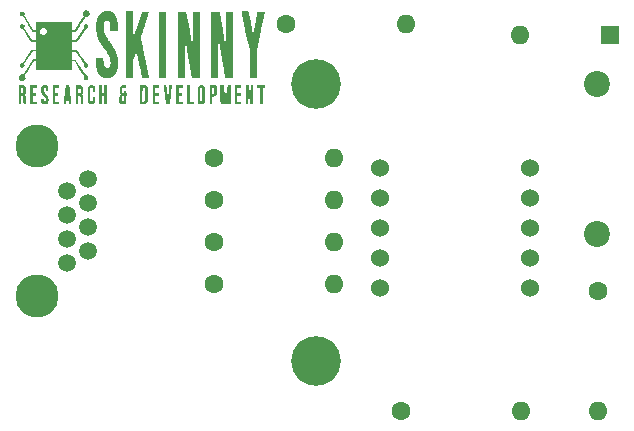
<source format=gbr>
%TF.GenerationSoftware,KiCad,Pcbnew,(6.0.7)*%
%TF.CreationDate,2022-11-01T14:03:11-05:00*%
%TF.ProjectId,Mr_Radar_Kit,4d725f52-6164-4617-925f-4b69742e6b69,rev?*%
%TF.SameCoordinates,Original*%
%TF.FileFunction,Soldermask,Top*%
%TF.FilePolarity,Negative*%
%FSLAX46Y46*%
G04 Gerber Fmt 4.6, Leading zero omitted, Abs format (unit mm)*
G04 Created by KiCad (PCBNEW (6.0.7)) date 2022-11-01 14:03:11*
%MOMM*%
%LPD*%
G01*
G04 APERTURE LIST*
%ADD10C,1.524000*%
%ADD11C,1.600000*%
%ADD12O,1.600000X1.600000*%
%ADD13R,1.600000X1.600000*%
%ADD14C,1.501140*%
%ADD15C,3.649980*%
%ADD16C,4.200000*%
%ADD17C,2.200000*%
G04 APERTURE END LIST*
%TO.C,G\u002A\u002A\u002A*%
G36*
X124039258Y-59557943D02*
G01*
X124039487Y-59459971D01*
X124039850Y-59358754D01*
X124040333Y-59256841D01*
X124040921Y-59156779D01*
X124041600Y-59061114D01*
X124042354Y-58972394D01*
X124043169Y-58893167D01*
X124043796Y-58842698D01*
X124048406Y-58503256D01*
X124274918Y-58505857D01*
X124337326Y-58506612D01*
X124387504Y-58507368D01*
X124427126Y-58508243D01*
X124457863Y-58509353D01*
X124481388Y-58510814D01*
X124499374Y-58512743D01*
X124513493Y-58515257D01*
X124525417Y-58518472D01*
X124536820Y-58522505D01*
X124541866Y-58524475D01*
X124579044Y-58544394D01*
X124617270Y-58573745D01*
X124652682Y-58608956D01*
X124681421Y-58646451D01*
X124690727Y-58662313D01*
X124698737Y-58677499D01*
X124705701Y-58691247D01*
X124711691Y-58704600D01*
X124716781Y-58718604D01*
X124721043Y-58734303D01*
X124724552Y-58752740D01*
X124727379Y-58774961D01*
X124729599Y-58802009D01*
X124731284Y-58834930D01*
X124732507Y-58874766D01*
X124733341Y-58922563D01*
X124733860Y-58979365D01*
X124734137Y-59046217D01*
X124734244Y-59124161D01*
X124734256Y-59214244D01*
X124734245Y-59284003D01*
X124734132Y-59385013D01*
X124733821Y-59477623D01*
X124733321Y-59561133D01*
X124732640Y-59634843D01*
X124731790Y-59698056D01*
X124730777Y-59750071D01*
X124729613Y-59790189D01*
X124728305Y-59817713D01*
X124727060Y-59830859D01*
X124710263Y-59896614D01*
X124682639Y-59957751D01*
X124652185Y-60002898D01*
X124614913Y-60043133D01*
X124574669Y-60073355D01*
X124526456Y-60097307D01*
X124525759Y-60097592D01*
X124514567Y-60101911D01*
X124503339Y-60105377D01*
X124490402Y-60108106D01*
X124474088Y-60110212D01*
X124452726Y-60111810D01*
X124424644Y-60113015D01*
X124388174Y-60113943D01*
X124341643Y-60114707D01*
X124283383Y-60115423D01*
X124263348Y-60115646D01*
X124039169Y-60118109D01*
X124039173Y-59881973D01*
X124275513Y-59881973D01*
X124351492Y-59879621D01*
X124386938Y-59878124D01*
X124411568Y-59875869D01*
X124428467Y-59872314D01*
X124440720Y-59866919D01*
X124446643Y-59862936D01*
X124465185Y-59846380D01*
X124480146Y-59829412D01*
X124482894Y-59825468D01*
X124485271Y-59820862D01*
X124487308Y-59814604D01*
X124489036Y-59805706D01*
X124490487Y-59793178D01*
X124491691Y-59776032D01*
X124492680Y-59753280D01*
X124493485Y-59723931D01*
X124494137Y-59686998D01*
X124494668Y-59641492D01*
X124495108Y-59586423D01*
X124495488Y-59520803D01*
X124495840Y-59443644D01*
X124496196Y-59353955D01*
X124496341Y-59315446D01*
X124496686Y-59220426D01*
X124496939Y-59138311D01*
X124497078Y-59068101D01*
X124497083Y-59008799D01*
X124496931Y-58959405D01*
X124496601Y-58918923D01*
X124496072Y-58886352D01*
X124495321Y-58860696D01*
X124494328Y-58840955D01*
X124493071Y-58826131D01*
X124491527Y-58815227D01*
X124489676Y-58807243D01*
X124487497Y-58801181D01*
X124485128Y-58796343D01*
X124470490Y-58774976D01*
X124451608Y-58759851D01*
X124425994Y-58749926D01*
X124391155Y-58744159D01*
X124354824Y-58741834D01*
X124284578Y-58739234D01*
X124280106Y-58776477D01*
X124279390Y-58789316D01*
X124278707Y-58814894D01*
X124278068Y-58852050D01*
X124277481Y-58899620D01*
X124276956Y-58956443D01*
X124276501Y-59021354D01*
X124276127Y-59093193D01*
X124275841Y-59170796D01*
X124275654Y-59253000D01*
X124275575Y-59338643D01*
X124275573Y-59347847D01*
X124275513Y-59881973D01*
X124039173Y-59881973D01*
X124039177Y-59650124D01*
X124039258Y-59557943D01*
G37*
G36*
X122317107Y-59560581D02*
G01*
X122318547Y-59517730D01*
X122320414Y-59483358D01*
X122322631Y-59460269D01*
X122335459Y-59399681D01*
X122355650Y-59350552D01*
X122383504Y-59312366D01*
X122419321Y-59284608D01*
X122427571Y-59280211D01*
X122462296Y-59262907D01*
X122434359Y-59248654D01*
X122401935Y-59225396D01*
X122375705Y-59191523D01*
X122355295Y-59146329D01*
X122340328Y-59089108D01*
X122335975Y-59063967D01*
X122333232Y-59035696D01*
X122331660Y-58996899D01*
X122331183Y-58950897D01*
X122331728Y-58901009D01*
X122333219Y-58850557D01*
X122335582Y-58802861D01*
X122338744Y-58761241D01*
X122342629Y-58729019D01*
X122343604Y-58723354D01*
X122359497Y-58670107D01*
X122385571Y-58621069D01*
X122419903Y-58578691D01*
X122460572Y-58545419D01*
X122498334Y-58526261D01*
X122512629Y-58521311D01*
X122526948Y-58517587D01*
X122543510Y-58514917D01*
X122564532Y-58513130D01*
X122592231Y-58512054D01*
X122628826Y-58511516D01*
X122676533Y-58511345D01*
X122690881Y-58511340D01*
X122843548Y-58511340D01*
X122843548Y-58761586D01*
X122724689Y-58761586D01*
X122673074Y-58761988D01*
X122633398Y-58763579D01*
X122603707Y-58766944D01*
X122582051Y-58772662D01*
X122566477Y-58781316D01*
X122555035Y-58793488D01*
X122545773Y-58809760D01*
X122543031Y-58815745D01*
X122538001Y-58828460D01*
X122534474Y-58841857D01*
X122532266Y-58858441D01*
X122531192Y-58880719D01*
X122531068Y-58911198D01*
X122531709Y-58952385D01*
X122531990Y-58965698D01*
X122533639Y-59019847D01*
X122536597Y-59061752D01*
X122541854Y-59093067D01*
X122550400Y-59115447D01*
X122563226Y-59130546D01*
X122581323Y-59140019D01*
X122605681Y-59145521D01*
X122637291Y-59148705D01*
X122641748Y-59149019D01*
X122695376Y-59152694D01*
X122699949Y-59098593D01*
X122702242Y-59066896D01*
X122703883Y-59035484D01*
X122704522Y-59011079D01*
X122704522Y-58977076D01*
X122906110Y-58977076D01*
X122906110Y-59150858D01*
X122961720Y-59150858D01*
X122961720Y-59401105D01*
X122908074Y-59401105D01*
X122903360Y-59684370D01*
X122902122Y-59770107D01*
X122901529Y-59843122D01*
X122901644Y-59904582D01*
X122902532Y-59955655D01*
X122904257Y-59997509D01*
X122906882Y-60031311D01*
X122910472Y-60058230D01*
X122915090Y-60079432D01*
X122920800Y-60096086D01*
X122926516Y-60107463D01*
X122940397Y-60130990D01*
X122732648Y-60130990D01*
X122720708Y-60112767D01*
X122713321Y-60094689D01*
X122707496Y-60067393D01*
X122704907Y-60044992D01*
X122701047Y-59995440D01*
X122688028Y-60029189D01*
X122667736Y-60068810D01*
X122640941Y-60097885D01*
X122606629Y-60116880D01*
X122563787Y-60126263D01*
X122511403Y-60126500D01*
X122483126Y-60123575D01*
X122434665Y-60110893D01*
X122393938Y-60086772D01*
X122361243Y-60051518D01*
X122336876Y-60005435D01*
X122323066Y-59958603D01*
X122320746Y-59940130D01*
X122318836Y-59909998D01*
X122317338Y-59870445D01*
X122316253Y-59823708D01*
X122315585Y-59772025D01*
X122315334Y-59717633D01*
X122315502Y-59662770D01*
X122315629Y-59651343D01*
X122523789Y-59651343D01*
X122523968Y-59706022D01*
X122524573Y-59748620D01*
X122525710Y-59780957D01*
X122527483Y-59804850D01*
X122529997Y-59822119D01*
X122533356Y-59834582D01*
X122534488Y-59837521D01*
X122550739Y-59865424D01*
X122572688Y-59881492D01*
X122602834Y-59887421D01*
X122608222Y-59887540D01*
X122630148Y-59886151D01*
X122645268Y-59879641D01*
X122660536Y-59864892D01*
X122661715Y-59863555D01*
X122676874Y-59842163D01*
X122688335Y-59818845D01*
X122690202Y-59813158D01*
X122692329Y-59798382D01*
X122694169Y-59771414D01*
X122695664Y-59733961D01*
X122696758Y-59687732D01*
X122697392Y-59634436D01*
X122697532Y-59594003D01*
X122697571Y-59401105D01*
X122643507Y-59401105D01*
X122608763Y-59402436D01*
X122584218Y-59407722D01*
X122566316Y-59418902D01*
X122551501Y-59437914D01*
X122541039Y-59456968D01*
X122535523Y-59468289D01*
X122531329Y-59478993D01*
X122528275Y-59491120D01*
X122526182Y-59506708D01*
X122524868Y-59527797D01*
X122524151Y-59556425D01*
X122523852Y-59594633D01*
X122523789Y-59644458D01*
X122523789Y-59651343D01*
X122315629Y-59651343D01*
X122316093Y-59609673D01*
X122317107Y-59560581D01*
G37*
G36*
X127681643Y-58740732D02*
G01*
X127341030Y-58740732D01*
X127341030Y-59157810D01*
X127612130Y-59157810D01*
X127612130Y-59380251D01*
X127341030Y-59380251D01*
X127341030Y-59880743D01*
X127681643Y-59880743D01*
X127681643Y-60117087D01*
X127118589Y-60117087D01*
X127118589Y-58511340D01*
X127681643Y-58511340D01*
X127681643Y-58740732D01*
G37*
G36*
X121392125Y-52190574D02*
G01*
X121491469Y-52206480D01*
X121583361Y-52233339D01*
X121668834Y-52271562D01*
X121748922Y-52321559D01*
X121824659Y-52383742D01*
X121852990Y-52411132D01*
X121925887Y-52493869D01*
X121989571Y-52585885D01*
X122044169Y-52687483D01*
X122089810Y-52798965D01*
X122126623Y-52920635D01*
X122154736Y-53052796D01*
X122170172Y-53158850D01*
X122171690Y-53178206D01*
X122173049Y-53208528D01*
X122174245Y-53248202D01*
X122175275Y-53295613D01*
X122176132Y-53349148D01*
X122176812Y-53407190D01*
X122177311Y-53468128D01*
X122177624Y-53530345D01*
X122177747Y-53592228D01*
X122177674Y-53652162D01*
X122177401Y-53708533D01*
X122176923Y-53759727D01*
X122176236Y-53804129D01*
X122175334Y-53840125D01*
X122174215Y-53866100D01*
X122172871Y-53880441D01*
X122172265Y-53882567D01*
X122164703Y-53883887D01*
X122144624Y-53885105D01*
X122113411Y-53886193D01*
X122072451Y-53887124D01*
X122023128Y-53887869D01*
X121966827Y-53888400D01*
X121904932Y-53888689D01*
X121867601Y-53888735D01*
X121566749Y-53888735D01*
X121562155Y-53689492D01*
X121560920Y-53632756D01*
X121559811Y-53575661D01*
X121558874Y-53521110D01*
X121558155Y-53472003D01*
X121557702Y-53431241D01*
X121557560Y-53403755D01*
X121556118Y-53348206D01*
X121551907Y-53302626D01*
X121546618Y-53274549D01*
X121524849Y-53215528D01*
X121492719Y-53164254D01*
X121451859Y-53121524D01*
X121403897Y-53088135D01*
X121350464Y-53064885D01*
X121293190Y-53052571D01*
X121233705Y-53051991D01*
X121173638Y-53063943D01*
X121141037Y-53076106D01*
X121092450Y-53104876D01*
X121051242Y-53144660D01*
X121018490Y-53194078D01*
X120995269Y-53251752D01*
X120990743Y-53268685D01*
X120987197Y-53284918D01*
X120984490Y-53301698D01*
X120982563Y-53320905D01*
X120981356Y-53344419D01*
X120980810Y-53374119D01*
X120980868Y-53411886D01*
X120981470Y-53459600D01*
X120982557Y-53519140D01*
X120982691Y-53525883D01*
X120984681Y-53605264D01*
X120987354Y-53672994D01*
X120990932Y-53731317D01*
X120995640Y-53782477D01*
X121001700Y-53828717D01*
X121009336Y-53872281D01*
X121018772Y-53915413D01*
X121023320Y-53933918D01*
X121037765Y-53984859D01*
X121056024Y-54037786D01*
X121078576Y-54093561D01*
X121105901Y-54153044D01*
X121138478Y-54217099D01*
X121176786Y-54286586D01*
X121221306Y-54362368D01*
X121272515Y-54445306D01*
X121330893Y-54536261D01*
X121396921Y-54636097D01*
X121471076Y-54745674D01*
X121491169Y-54775024D01*
X121546879Y-54856348D01*
X121595374Y-54927417D01*
X121637410Y-54989367D01*
X121673742Y-55043333D01*
X121705127Y-55090450D01*
X121732319Y-55131854D01*
X121756076Y-55168680D01*
X121777152Y-55202065D01*
X121796303Y-55233144D01*
X121798818Y-55237284D01*
X121883125Y-55382097D01*
X121956377Y-55520866D01*
X122019075Y-55655277D01*
X122071718Y-55787020D01*
X122114807Y-55917781D01*
X122148842Y-56049249D01*
X122174323Y-56183111D01*
X122191748Y-56321054D01*
X122201620Y-56464768D01*
X122204457Y-56606688D01*
X122202999Y-56709044D01*
X122198614Y-56801102D01*
X122190958Y-56886221D01*
X122179691Y-56967761D01*
X122164471Y-57049084D01*
X122155244Y-57090838D01*
X122124832Y-57205814D01*
X122089044Y-57309451D01*
X122046902Y-57403596D01*
X121997428Y-57490097D01*
X121939643Y-57570803D01*
X121872571Y-57647562D01*
X121846849Y-57673710D01*
X121778715Y-57737189D01*
X121713737Y-57789213D01*
X121649607Y-57831110D01*
X121584015Y-57864207D01*
X121514653Y-57889832D01*
X121439210Y-57909313D01*
X121435913Y-57910008D01*
X121404105Y-57915154D01*
X121363931Y-57919466D01*
X121319570Y-57922716D01*
X121275203Y-57924676D01*
X121235013Y-57925118D01*
X121203178Y-57923814D01*
X121196093Y-57923076D01*
X121095122Y-57904404D01*
X120998296Y-57874810D01*
X120908725Y-57835266D01*
X120899471Y-57830362D01*
X120820018Y-57780210D01*
X120743741Y-57717771D01*
X120671684Y-57644500D01*
X120604889Y-57561848D01*
X120544400Y-57471267D01*
X120491259Y-57374210D01*
X120446509Y-57272130D01*
X120411193Y-57166478D01*
X120404214Y-57140662D01*
X120394870Y-57103736D01*
X120386942Y-57070220D01*
X120380300Y-57038553D01*
X120374814Y-57007171D01*
X120370353Y-56974513D01*
X120366789Y-56939016D01*
X120363991Y-56899119D01*
X120361829Y-56853259D01*
X120360174Y-56799874D01*
X120358895Y-56737401D01*
X120357863Y-56664279D01*
X120356947Y-56578945D01*
X120356873Y-56571331D01*
X120353533Y-56226641D01*
X120568012Y-56222041D01*
X120627024Y-56220845D01*
X120686650Y-56219764D01*
X120744062Y-56218840D01*
X120796427Y-56218115D01*
X120840914Y-56217631D01*
X120874693Y-56217431D01*
X120878072Y-56217428D01*
X120973652Y-56217416D01*
X120973652Y-56345350D01*
X120974328Y-56400472D01*
X120976234Y-56459878D01*
X120979190Y-56521099D01*
X120983013Y-56581664D01*
X120987523Y-56639105D01*
X120992537Y-56690952D01*
X120997876Y-56734735D01*
X121003357Y-56767984D01*
X121005353Y-56776994D01*
X121027724Y-56843011D01*
X121059896Y-56900563D01*
X121100972Y-56948747D01*
X121150060Y-56986659D01*
X121206264Y-57013394D01*
X121250931Y-57025270D01*
X121305399Y-57028612D01*
X121358664Y-57019034D01*
X121408839Y-56997500D01*
X121454034Y-56964976D01*
X121492359Y-56922426D01*
X121511454Y-56892153D01*
X121529178Y-56850506D01*
X121543908Y-56797480D01*
X121555482Y-56735307D01*
X121563736Y-56666221D01*
X121568505Y-56592453D01*
X121569626Y-56516237D01*
X121566934Y-56439805D01*
X121560267Y-56365390D01*
X121553567Y-56318209D01*
X121544086Y-56270006D01*
X121530988Y-56215931D01*
X121515468Y-56160084D01*
X121498721Y-56106567D01*
X121481940Y-56059479D01*
X121469541Y-56029731D01*
X121440942Y-55971522D01*
X121404012Y-55903330D01*
X121359237Y-55825926D01*
X121307100Y-55740079D01*
X121248086Y-55646557D01*
X121182679Y-55546130D01*
X121111364Y-55439567D01*
X121034625Y-55327638D01*
X120964085Y-55226857D01*
X120879983Y-55106535D01*
X120804619Y-54995974D01*
X120737578Y-54894471D01*
X120678447Y-54801321D01*
X120626813Y-54715819D01*
X120582261Y-54637260D01*
X120544378Y-54564940D01*
X120512752Y-54498155D01*
X120486967Y-54436199D01*
X120467179Y-54380149D01*
X120455200Y-54339075D01*
X120441965Y-54287562D01*
X120428198Y-54228934D01*
X120414628Y-54166511D01*
X120401978Y-54103617D01*
X120390975Y-54043573D01*
X120383344Y-53996480D01*
X120376913Y-53944264D01*
X120371368Y-53881006D01*
X120366747Y-53809050D01*
X120363086Y-53730743D01*
X120360421Y-53648428D01*
X120358788Y-53564452D01*
X120358226Y-53481159D01*
X120358769Y-53400894D01*
X120360455Y-53326003D01*
X120363320Y-53258831D01*
X120367400Y-53201723D01*
X120370512Y-53172752D01*
X120389031Y-53056838D01*
X120414563Y-52944210D01*
X120446445Y-52836786D01*
X120484012Y-52736483D01*
X120526600Y-52645215D01*
X120573547Y-52564902D01*
X120588711Y-52542766D01*
X120658348Y-52454606D01*
X120732555Y-52379465D01*
X120811910Y-52317048D01*
X120896990Y-52267058D01*
X120988371Y-52229200D01*
X121086629Y-52203175D01*
X121192340Y-52188689D01*
X121284295Y-52185211D01*
X121392125Y-52190574D01*
G37*
G36*
X126263581Y-57864870D02*
G01*
X125672722Y-57864870D01*
X125672722Y-52262134D01*
X126263581Y-52262134D01*
X126263581Y-57864870D01*
G37*
G36*
X131048410Y-58504656D02*
G01*
X131083756Y-58505399D01*
X131111702Y-58506531D01*
X131130077Y-58507963D01*
X131136713Y-58509602D01*
X131137808Y-58517127D01*
X131140896Y-58537341D01*
X131145815Y-58569201D01*
X131152401Y-58611661D01*
X131160493Y-58663678D01*
X131169926Y-58724206D01*
X131180539Y-58792201D01*
X131192168Y-58866619D01*
X131204652Y-58946414D01*
X131217827Y-59030543D01*
X131222520Y-59060492D01*
X131240061Y-59171802D01*
X131255748Y-59270089D01*
X131269565Y-59355262D01*
X131281497Y-59427233D01*
X131291529Y-59485909D01*
X131299645Y-59531200D01*
X131305830Y-59563017D01*
X131310067Y-59581269D01*
X131312343Y-59585864D01*
X131312526Y-59585314D01*
X131314326Y-59575221D01*
X131318139Y-59552512D01*
X131323784Y-59518297D01*
X131331082Y-59473689D01*
X131339852Y-59419797D01*
X131349912Y-59357735D01*
X131361084Y-59288612D01*
X131373186Y-59213542D01*
X131386038Y-59133635D01*
X131399459Y-59050002D01*
X131400563Y-59043113D01*
X131413972Y-58959597D01*
X131426798Y-58879992D01*
X131438865Y-58805375D01*
X131449996Y-58736826D01*
X131460015Y-58675421D01*
X131468745Y-58622240D01*
X131476010Y-58578360D01*
X131481633Y-58544859D01*
X131485438Y-58522815D01*
X131487249Y-58513308D01*
X131487317Y-58513078D01*
X131492295Y-58509766D01*
X131505375Y-58507336D01*
X131527948Y-58505694D01*
X131561405Y-58504745D01*
X131607138Y-58504395D01*
X131615853Y-58504389D01*
X131741194Y-58504389D01*
X131741194Y-60117440D01*
X131631712Y-60115526D01*
X131522229Y-60113611D01*
X131518753Y-59621896D01*
X131515278Y-59130181D01*
X131453658Y-59604518D01*
X131443235Y-59684636D01*
X131433263Y-59761056D01*
X131423897Y-59832602D01*
X131415293Y-59898101D01*
X131407606Y-59956380D01*
X131400990Y-60006265D01*
X131395602Y-60046580D01*
X131391595Y-60076154D01*
X131389125Y-60093811D01*
X131388448Y-60098178D01*
X131384858Y-60117500D01*
X131300615Y-60115556D01*
X131216372Y-60113611D01*
X131159811Y-59613119D01*
X131103250Y-59112626D01*
X131102463Y-59614857D01*
X131101676Y-60117087D01*
X130995090Y-60117087D01*
X130957922Y-60116799D01*
X130925779Y-60116006D01*
X130901179Y-60114812D01*
X130886635Y-60113323D01*
X130883869Y-60112453D01*
X130883266Y-60105034D01*
X130882685Y-60084586D01*
X130882133Y-60051982D01*
X130881613Y-60008095D01*
X130881131Y-59953798D01*
X130880693Y-59889965D01*
X130880302Y-59817470D01*
X130879964Y-59737184D01*
X130879684Y-59649982D01*
X130879468Y-59556737D01*
X130879319Y-59458322D01*
X130879244Y-59355611D01*
X130879235Y-59306104D01*
X130879235Y-58504389D01*
X131007834Y-58504389D01*
X131048410Y-58504656D01*
G37*
G36*
X128183874Y-58505945D02*
G01*
X128289881Y-58507864D01*
X128291653Y-59194304D01*
X128293424Y-59880743D01*
X128620067Y-59880743D01*
X128620067Y-60117087D01*
X128077867Y-60117087D01*
X128077867Y-58504027D01*
X128183874Y-58505945D01*
G37*
G36*
X120711241Y-58505945D02*
G01*
X120817248Y-58507864D01*
X120819055Y-58832837D01*
X120820861Y-59157810D01*
X121029262Y-59157810D01*
X121029262Y-58504389D01*
X121237801Y-58504389D01*
X121237801Y-60117087D01*
X121029262Y-60117087D01*
X121029262Y-59373299D01*
X120820724Y-59373299D01*
X120820724Y-60110136D01*
X120605234Y-60110136D01*
X120605234Y-58504027D01*
X120711241Y-58505945D01*
G37*
G36*
X125707478Y-58740732D02*
G01*
X125366865Y-58740732D01*
X125366865Y-59157810D01*
X125637965Y-59157810D01*
X125637965Y-59380251D01*
X125366865Y-59380251D01*
X125366865Y-59880743D01*
X125707478Y-59880743D01*
X125707478Y-60117087D01*
X125144424Y-60117087D01*
X125144424Y-58504389D01*
X125707478Y-58504389D01*
X125707478Y-58740732D01*
G37*
G36*
X116065792Y-58461577D02*
G01*
X116127371Y-58478950D01*
X116181440Y-58507596D01*
X116227379Y-58547156D01*
X116264568Y-58597276D01*
X116274592Y-58615629D01*
X116290470Y-58651542D01*
X116302058Y-58689135D01*
X116309861Y-58731281D01*
X116314378Y-58780855D01*
X116316113Y-58840730D01*
X116316170Y-58853691D01*
X116316290Y-58956222D01*
X116100800Y-58956222D01*
X116100800Y-58870961D01*
X116100405Y-58832185D01*
X116098991Y-58804346D01*
X116096214Y-58784493D01*
X116091730Y-58769675D01*
X116088099Y-58762015D01*
X116066820Y-58735278D01*
X116037306Y-58719436D01*
X115999149Y-58714298D01*
X115987508Y-58714709D01*
X115962152Y-58717553D01*
X115944824Y-58723554D01*
X115929672Y-58735042D01*
X115924946Y-58739636D01*
X115902689Y-58761933D01*
X115903186Y-58853864D01*
X115903841Y-58889960D01*
X115905917Y-58921546D01*
X115910210Y-58950228D01*
X115917519Y-58977614D01*
X115928640Y-59005309D01*
X115944371Y-59034920D01*
X115965509Y-59068053D01*
X115992850Y-59106315D01*
X116027194Y-59151313D01*
X116069335Y-59204652D01*
X116090249Y-59230798D01*
X116141235Y-59295694D01*
X116183397Y-59352367D01*
X116217761Y-59402401D01*
X116245356Y-59447383D01*
X116267209Y-59488899D01*
X116284346Y-59528533D01*
X116285987Y-59532844D01*
X116303341Y-59584288D01*
X116314726Y-59632240D01*
X116320821Y-59681377D01*
X116322302Y-59736373D01*
X116321189Y-59775731D01*
X116315906Y-59842316D01*
X116305731Y-59898113D01*
X116289634Y-59945687D01*
X116266585Y-59987605D01*
X116235557Y-60026433D01*
X116210734Y-60051126D01*
X116174943Y-60081701D01*
X116141865Y-60103240D01*
X116107573Y-60117272D01*
X116068142Y-60125330D01*
X116019644Y-60128943D01*
X116010434Y-60129220D01*
X115971018Y-60129676D01*
X115941691Y-60128485D01*
X115918698Y-60125298D01*
X115898284Y-60119764D01*
X115894346Y-60118404D01*
X115841172Y-60092433D01*
X115792751Y-60054991D01*
X115750901Y-60008200D01*
X115717441Y-59954178D01*
X115694191Y-59895045D01*
X115690431Y-59880743D01*
X115686863Y-59858530D01*
X115683900Y-59826107D01*
X115681796Y-59787166D01*
X115680809Y-59745396D01*
X115680784Y-59741718D01*
X115680248Y-59640924D01*
X115789730Y-59639010D01*
X115899213Y-59637095D01*
X115899383Y-59698096D01*
X115901364Y-59750295D01*
X115907463Y-59790799D01*
X115918406Y-59821395D01*
X115934916Y-59843871D01*
X115957719Y-59860013D01*
X115966765Y-59864261D01*
X116000968Y-59872396D01*
X116033837Y-59868647D01*
X116062441Y-59854113D01*
X116083848Y-59829890D01*
X116089496Y-59818347D01*
X116097077Y-59788418D01*
X116100588Y-59749891D01*
X116100071Y-59707448D01*
X116095568Y-59665772D01*
X116087798Y-59631668D01*
X116081838Y-59614154D01*
X116074589Y-59596749D01*
X116065248Y-59578317D01*
X116053006Y-59557722D01*
X116037059Y-59533828D01*
X116016600Y-59505498D01*
X115990822Y-59471598D01*
X115958920Y-59430989D01*
X115920087Y-59382537D01*
X115873517Y-59325105D01*
X115848365Y-59294243D01*
X115799022Y-59230479D01*
X115760091Y-59172381D01*
X115730467Y-59117822D01*
X115709048Y-59064676D01*
X115694732Y-59010815D01*
X115691126Y-58990979D01*
X115687160Y-58956552D01*
X115684705Y-58914259D01*
X115683720Y-58867623D01*
X115684163Y-58820169D01*
X115685993Y-58775422D01*
X115689169Y-58736907D01*
X115693649Y-58708147D01*
X115694486Y-58704681D01*
X115717991Y-58637123D01*
X115750614Y-58579473D01*
X115791756Y-58532224D01*
X115840819Y-58495867D01*
X115897203Y-58470893D01*
X115960311Y-58457795D01*
X115997320Y-58455832D01*
X116065792Y-58461577D01*
G37*
G36*
X132651813Y-58740732D02*
G01*
X132311200Y-58740732D01*
X132311200Y-59157810D01*
X132582300Y-59157810D01*
X132582300Y-59380251D01*
X132311200Y-59380251D01*
X132311200Y-59880743D01*
X132651813Y-59880743D01*
X132651813Y-60117087D01*
X132088759Y-60117087D01*
X132088759Y-58504389D01*
X132651813Y-58504389D01*
X132651813Y-58740732D01*
G37*
G36*
X126702847Y-58504454D02*
G01*
X126730215Y-58504869D01*
X126747910Y-58505963D01*
X126758044Y-58508065D01*
X126762733Y-58511505D01*
X126764090Y-58516610D01*
X126764181Y-58520029D01*
X126763348Y-58528858D01*
X126760894Y-58550596D01*
X126756925Y-58584357D01*
X126751552Y-58629258D01*
X126744881Y-58684411D01*
X126737022Y-58748932D01*
X126728082Y-58821936D01*
X126718170Y-58902538D01*
X126707394Y-58989851D01*
X126695862Y-59082990D01*
X126683682Y-59181072D01*
X126670963Y-59283209D01*
X126665577Y-59326378D01*
X126566866Y-60117087D01*
X126271162Y-60117087D01*
X126267323Y-60094495D01*
X126265248Y-60080224D01*
X126261766Y-60053774D01*
X126257002Y-60016202D01*
X126251082Y-59968563D01*
X126244129Y-59911913D01*
X126236269Y-59847309D01*
X126227625Y-59775806D01*
X126218324Y-59698459D01*
X126208488Y-59616326D01*
X126198244Y-59530462D01*
X126187716Y-59441923D01*
X126177028Y-59351764D01*
X126166306Y-59261042D01*
X126155673Y-59170813D01*
X126145255Y-59082132D01*
X126135176Y-58996056D01*
X126125561Y-58913641D01*
X126116535Y-58835941D01*
X126108222Y-58764014D01*
X126100747Y-58698915D01*
X126094235Y-58641700D01*
X126088810Y-58593426D01*
X126084598Y-58555147D01*
X126081722Y-58527920D01*
X126080307Y-58512801D01*
X126080214Y-58509977D01*
X126088007Y-58508048D01*
X126107226Y-58506407D01*
X126135393Y-58505180D01*
X126170031Y-58504492D01*
X126190534Y-58504389D01*
X126231547Y-58504530D01*
X126260734Y-58505106D01*
X126280169Y-58506347D01*
X126291928Y-58508480D01*
X126298086Y-58511736D01*
X126300718Y-58516342D01*
X126300778Y-58516553D01*
X126302053Y-58525260D01*
X126304699Y-58546700D01*
X126308593Y-58579785D01*
X126313612Y-58623426D01*
X126319635Y-58676535D01*
X126326537Y-58738023D01*
X126334197Y-58806802D01*
X126342491Y-58881782D01*
X126351297Y-58961876D01*
X126360493Y-59045995D01*
X126361934Y-59059220D01*
X126371150Y-59143126D01*
X126380034Y-59222626D01*
X126388461Y-59296696D01*
X126396308Y-59364313D01*
X126403452Y-59424454D01*
X126409769Y-59476097D01*
X126415135Y-59518218D01*
X126419427Y-59549795D01*
X126422521Y-59569803D01*
X126424294Y-59577220D01*
X126424484Y-59577091D01*
X126426069Y-59568309D01*
X126429172Y-59546818D01*
X126433654Y-59513711D01*
X126439375Y-59470082D01*
X126446197Y-59417027D01*
X126453979Y-59355637D01*
X126462582Y-59287009D01*
X126471866Y-59212234D01*
X126481692Y-59132408D01*
X126491921Y-59048625D01*
X126493002Y-59039730D01*
X126503229Y-58955821D01*
X126513034Y-58875921D01*
X126522280Y-58801103D01*
X126530832Y-58732441D01*
X126538553Y-58671010D01*
X126545308Y-58617883D01*
X126550961Y-58574134D01*
X126555377Y-58540837D01*
X126558419Y-58519067D01*
X126559952Y-58509897D01*
X126560028Y-58509694D01*
X126567782Y-58507808D01*
X126586882Y-58506218D01*
X126614770Y-58505054D01*
X126648890Y-58504446D01*
X126663690Y-58504389D01*
X126702847Y-58504454D01*
G37*
G36*
X128934350Y-58950127D02*
G01*
X128934848Y-58887050D01*
X128935580Y-58835770D01*
X128936552Y-58795866D01*
X128937767Y-58766917D01*
X128939228Y-58748504D01*
X128940058Y-58743089D01*
X128952697Y-58701446D01*
X128972820Y-58656793D01*
X128997655Y-58614345D01*
X129024431Y-58579319D01*
X129030522Y-58572910D01*
X129074278Y-58536761D01*
X129123147Y-58511474D01*
X129178944Y-58496377D01*
X129243485Y-58490800D01*
X129252634Y-58490739D01*
X129301705Y-58492545D01*
X129342388Y-58498496D01*
X129379847Y-58509634D01*
X129409915Y-58522483D01*
X129455684Y-58551511D01*
X129495939Y-58591783D01*
X129529122Y-58641216D01*
X129553674Y-58697726D01*
X129561579Y-58725268D01*
X129563747Y-58741173D01*
X129565788Y-58769621D01*
X129567691Y-58809254D01*
X129569449Y-58858712D01*
X129571051Y-58916635D01*
X129572489Y-58981667D01*
X129573754Y-59052446D01*
X129574835Y-59127615D01*
X129575725Y-59205814D01*
X129576414Y-59285685D01*
X129576893Y-59365868D01*
X129577153Y-59445005D01*
X129577184Y-59521737D01*
X129576977Y-59594704D01*
X129576524Y-59662548D01*
X129575815Y-59723910D01*
X129574841Y-59777430D01*
X129573593Y-59821750D01*
X129572062Y-59855512D01*
X129570238Y-59877355D01*
X129569373Y-59882692D01*
X129549159Y-59943811D01*
X129516943Y-59999744D01*
X129474232Y-60048584D01*
X129422534Y-60088423D01*
X129394410Y-60104064D01*
X129372702Y-60114324D01*
X129354638Y-60121144D01*
X129336233Y-60125307D01*
X129313502Y-60127595D01*
X129282461Y-60128791D01*
X129266691Y-60129141D01*
X129219137Y-60128955D01*
X129182460Y-60126329D01*
X129158792Y-60121597D01*
X129097313Y-60094306D01*
X129043997Y-60055966D01*
X128999479Y-60007220D01*
X128964396Y-59948707D01*
X128948207Y-59909372D01*
X128946117Y-59902197D01*
X128944285Y-59892738D01*
X128942687Y-59880056D01*
X128941302Y-59863215D01*
X128940109Y-59841275D01*
X128939085Y-59813299D01*
X128938208Y-59778349D01*
X128937456Y-59735486D01*
X128936807Y-59683774D01*
X128936240Y-59622273D01*
X128935733Y-59550046D01*
X128935263Y-59466154D01*
X128934809Y-59369660D01*
X128934633Y-59328823D01*
X128934229Y-59214349D01*
X128934045Y-59113356D01*
X128934063Y-59072999D01*
X129149207Y-59072999D01*
X129149313Y-59148919D01*
X129149599Y-59237047D01*
X129149891Y-59310738D01*
X129150279Y-59403652D01*
X129150649Y-59483701D01*
X129151037Y-59551920D01*
X129151476Y-59609348D01*
X129152001Y-59657021D01*
X129152646Y-59695975D01*
X129153447Y-59727248D01*
X129154437Y-59751876D01*
X129155652Y-59770897D01*
X129157125Y-59785346D01*
X129158891Y-59796262D01*
X129160986Y-59804680D01*
X129163442Y-59811638D01*
X129166295Y-59818172D01*
X129166827Y-59819325D01*
X129182894Y-59846064D01*
X129203581Y-59862882D01*
X129233027Y-59872933D01*
X129238731Y-59874106D01*
X129276908Y-59875641D01*
X129310100Y-59864392D01*
X129313313Y-59862473D01*
X129327308Y-59849679D01*
X129340337Y-59831676D01*
X129341118Y-59830281D01*
X129343466Y-59825268D01*
X129345497Y-59818777D01*
X129347233Y-59809829D01*
X129348697Y-59797442D01*
X129349912Y-59780636D01*
X129350901Y-59758430D01*
X129351687Y-59729843D01*
X129352292Y-59693895D01*
X129352741Y-59649604D01*
X129353055Y-59595991D01*
X129353258Y-59532075D01*
X129353372Y-59456874D01*
X129353420Y-59369408D01*
X129353428Y-59303478D01*
X129353413Y-59207425D01*
X129353353Y-59124299D01*
X129353224Y-59053121D01*
X129353003Y-58992915D01*
X129352665Y-58942705D01*
X129352187Y-58901514D01*
X129351545Y-58868365D01*
X129350716Y-58842281D01*
X129349676Y-58822285D01*
X129348401Y-58807401D01*
X129346868Y-58796652D01*
X129345052Y-58789061D01*
X129342931Y-58783651D01*
X129340722Y-58779813D01*
X129318330Y-58757931D01*
X129286779Y-58745225D01*
X129247900Y-58742357D01*
X129239191Y-58743045D01*
X129213997Y-58747748D01*
X129191991Y-58755390D01*
X129183643Y-58760149D01*
X129176943Y-58765444D01*
X129171138Y-58771272D01*
X129166169Y-58778609D01*
X129161976Y-58788425D01*
X129158499Y-58801695D01*
X129155679Y-58819392D01*
X129153456Y-58842487D01*
X129151770Y-58871954D01*
X129150562Y-58908766D01*
X129149771Y-58953895D01*
X129149340Y-59008315D01*
X129149207Y-59072999D01*
X128934063Y-59072999D01*
X128934084Y-59025423D01*
X128934350Y-58950127D01*
G37*
G36*
X130019013Y-58508936D02*
G01*
X130054588Y-58506943D01*
X130099717Y-58505584D01*
X130151254Y-58504844D01*
X130206054Y-58504704D01*
X130260972Y-58505150D01*
X130312862Y-58506165D01*
X130358578Y-58507732D01*
X130394975Y-58509835D01*
X130407582Y-58510963D01*
X130460190Y-58520065D01*
X130501380Y-58535605D01*
X130532486Y-58558492D01*
X130554844Y-58589632D01*
X130566718Y-58619085D01*
X130569308Y-58634431D01*
X130571660Y-58661714D01*
X130573748Y-58698968D01*
X130575548Y-58744228D01*
X130577034Y-58795530D01*
X130578180Y-58850908D01*
X130578961Y-58908399D01*
X130579351Y-58966036D01*
X130579325Y-59021856D01*
X130578858Y-59073893D01*
X130577924Y-59120182D01*
X130576497Y-59158759D01*
X130574552Y-59187659D01*
X130574139Y-59191732D01*
X130563019Y-59259301D01*
X130545346Y-59315400D01*
X130520620Y-59361075D01*
X130488337Y-59397373D01*
X130467767Y-59413321D01*
X130440640Y-59429933D01*
X130413560Y-59441872D01*
X130383467Y-59449820D01*
X130347300Y-59454461D01*
X130301999Y-59456477D01*
X130273303Y-59456715D01*
X130177291Y-59456715D01*
X130173679Y-60113611D01*
X129961665Y-60117449D01*
X129961665Y-59227322D01*
X130177155Y-59227322D01*
X130241454Y-59227312D01*
X130279073Y-59226308D01*
X130306193Y-59223010D01*
X130326094Y-59216968D01*
X130329987Y-59215147D01*
X130348390Y-59202571D01*
X130361763Y-59187662D01*
X130362903Y-59185615D01*
X130365567Y-59173283D01*
X130367783Y-59149393D01*
X130369544Y-59116284D01*
X130370840Y-59076292D01*
X130371664Y-59031755D01*
X130372007Y-58985012D01*
X130371860Y-58938400D01*
X130371216Y-58894257D01*
X130370065Y-58854921D01*
X130368400Y-58822729D01*
X130366211Y-58800019D01*
X130364320Y-58790887D01*
X130355094Y-58772183D01*
X130341059Y-58758886D01*
X130319953Y-58750042D01*
X130289517Y-58744696D01*
X130248406Y-58741928D01*
X130177155Y-58739156D01*
X130177155Y-59227322D01*
X129961665Y-59227322D01*
X129961665Y-58513401D01*
X130019013Y-58508936D01*
G37*
G36*
X117668126Y-59413920D02*
G01*
X117679452Y-59323289D01*
X117690792Y-59232620D01*
X117702013Y-59142973D01*
X117712983Y-59055405D01*
X117723569Y-58970975D01*
X117733640Y-58890740D01*
X117743063Y-58815759D01*
X117751706Y-58747090D01*
X117759436Y-58685791D01*
X117766121Y-58632922D01*
X117771629Y-58589538D01*
X117775828Y-58556700D01*
X117778585Y-58535466D01*
X117779753Y-58526980D01*
X117783642Y-58504389D01*
X117932779Y-58504389D01*
X117982803Y-58504512D01*
X118020546Y-58504956D01*
X118047628Y-58505830D01*
X118065672Y-58507246D01*
X118076296Y-58509313D01*
X118081121Y-58512143D01*
X118081917Y-58514559D01*
X118082732Y-58522673D01*
X118085108Y-58543706D01*
X118088940Y-58576772D01*
X118094123Y-58620988D01*
X118100551Y-58675468D01*
X118108119Y-58739329D01*
X118116723Y-58811687D01*
X118126257Y-58891656D01*
X118136617Y-58978354D01*
X118147697Y-59070894D01*
X118159393Y-59168393D01*
X118171598Y-59269967D01*
X118175759Y-59304557D01*
X118188122Y-59407434D01*
X118200009Y-59506626D01*
X118211314Y-59601240D01*
X118221932Y-59690383D01*
X118231759Y-59773161D01*
X118240687Y-59848680D01*
X118248613Y-59916047D01*
X118255431Y-59974367D01*
X118261036Y-60022748D01*
X118265322Y-60060296D01*
X118268183Y-60086117D01*
X118269516Y-60099318D01*
X118269602Y-60100736D01*
X118269602Y-60117087D01*
X118158381Y-60117087D01*
X118115984Y-60116909D01*
X118085624Y-60116259D01*
X118065436Y-60114965D01*
X118053558Y-60112855D01*
X118048126Y-60109757D01*
X118047161Y-60106800D01*
X118046402Y-60096149D01*
X118044322Y-60074363D01*
X118041215Y-60044116D01*
X118037378Y-60008080D01*
X118033104Y-59968929D01*
X118028690Y-59929337D01*
X118024429Y-59891977D01*
X118020617Y-59859522D01*
X118017549Y-59834645D01*
X118015520Y-59820020D01*
X118015503Y-59819920D01*
X118011774Y-59797328D01*
X117832775Y-59797328D01*
X117829019Y-59816444D01*
X117827015Y-59829400D01*
X117823775Y-59853533D01*
X117819635Y-59886203D01*
X117814931Y-59924775D01*
X117810685Y-59960683D01*
X117805808Y-60001906D01*
X117801257Y-60039198D01*
X117797354Y-60070010D01*
X117794422Y-60091792D01*
X117792903Y-60101447D01*
X117791207Y-60107456D01*
X117787561Y-60111688D01*
X117779829Y-60114453D01*
X117765871Y-60116065D01*
X117743549Y-60116833D01*
X117710725Y-60117070D01*
X117685561Y-60117087D01*
X117649299Y-60116855D01*
X117618531Y-60116216D01*
X117595661Y-60115254D01*
X117583094Y-60114055D01*
X117581424Y-60113398D01*
X117582269Y-60105754D01*
X117584715Y-60085375D01*
X117588629Y-60053318D01*
X117593880Y-60010642D01*
X117600335Y-59958405D01*
X117607862Y-59897664D01*
X117616329Y-59829479D01*
X117625603Y-59754907D01*
X117635552Y-59675007D01*
X117646044Y-59590837D01*
X117647817Y-59576625D01*
X117859250Y-59576625D01*
X117865669Y-59578709D01*
X117882212Y-59580316D01*
X117905105Y-59581386D01*
X117930576Y-59581859D01*
X117954853Y-59581674D01*
X117974162Y-59580772D01*
X117984730Y-59579091D01*
X117985480Y-59578640D01*
X117985346Y-59571424D01*
X117983850Y-59552200D01*
X117981186Y-59522777D01*
X117977544Y-59484963D01*
X117973115Y-59440567D01*
X117968091Y-59391396D01*
X117962664Y-59339259D01*
X117957026Y-59285964D01*
X117951366Y-59233319D01*
X117945878Y-59183132D01*
X117940752Y-59137213D01*
X117936181Y-59097368D01*
X117932355Y-59065406D01*
X117929466Y-59043136D01*
X117927705Y-59032366D01*
X117927590Y-59031966D01*
X117926403Y-59037394D01*
X117923776Y-59054862D01*
X117919931Y-59082604D01*
X117915088Y-59118858D01*
X117909470Y-59161858D01*
X117903296Y-59209842D01*
X117896790Y-59261046D01*
X117890171Y-59313704D01*
X117883662Y-59366054D01*
X117877483Y-59416331D01*
X117871856Y-59462772D01*
X117867003Y-59503612D01*
X117863144Y-59537087D01*
X117860501Y-59561435D01*
X117859296Y-59574889D01*
X117859250Y-59576625D01*
X117647817Y-59576625D01*
X117656946Y-59503455D01*
X117668126Y-59413920D01*
G37*
G36*
X114887498Y-53830402D02*
G01*
X114851645Y-53775070D01*
X114811371Y-53712680D01*
X114767179Y-53644012D01*
X114719575Y-53569846D01*
X114669061Y-53490963D01*
X114616143Y-53408143D01*
X114561325Y-53322166D01*
X114554070Y-53310773D01*
X114144013Y-52666774D01*
X114091879Y-52664261D01*
X114036936Y-52655573D01*
X113989490Y-52635179D01*
X113949574Y-52603099D01*
X113917219Y-52559352D01*
X113912397Y-52550612D01*
X113902517Y-52529443D01*
X113896901Y-52509201D01*
X113894453Y-52484489D01*
X113894036Y-52460245D01*
X113894849Y-52428792D01*
X113898032Y-52405718D01*
X113904705Y-52385555D01*
X113912688Y-52369021D01*
X113942498Y-52325537D01*
X113979827Y-52292196D01*
X114022640Y-52269329D01*
X114068907Y-52257270D01*
X114116593Y-52256349D01*
X114163665Y-52266899D01*
X114208090Y-52289252D01*
X114240051Y-52315549D01*
X114271859Y-52356686D01*
X114292024Y-52403466D01*
X114300136Y-52453422D01*
X114295787Y-52504090D01*
X114279221Y-52551693D01*
X114261794Y-52586907D01*
X114660240Y-53211753D01*
X114714316Y-53296508D01*
X114766399Y-53378046D01*
X114815991Y-53455592D01*
X114862593Y-53528370D01*
X114905706Y-53595605D01*
X114944831Y-53656521D01*
X114979471Y-53710342D01*
X115009126Y-53756293D01*
X115033298Y-53793597D01*
X115051487Y-53821481D01*
X115063196Y-53839166D01*
X115067895Y-53845850D01*
X115074412Y-53849438D01*
X115086676Y-53851605D01*
X115106667Y-53852423D01*
X115136368Y-53851965D01*
X115177758Y-53850306D01*
X115182301Y-53850092D01*
X115287500Y-53845084D01*
X115287500Y-53110191D01*
X118304358Y-53110191D01*
X118304358Y-53861266D01*
X118420233Y-53859360D01*
X118536109Y-53857454D01*
X118921162Y-53253524D01*
X119306215Y-52649595D01*
X119284465Y-52622530D01*
X119251137Y-52570540D01*
X119230069Y-52514160D01*
X119221141Y-52455333D01*
X119224237Y-52395999D01*
X119239237Y-52338099D01*
X119266022Y-52283573D01*
X119304475Y-52234364D01*
X119308404Y-52230361D01*
X119357583Y-52190577D01*
X119412654Y-52163017D01*
X119472109Y-52148176D01*
X119534439Y-52146547D01*
X119556109Y-52149105D01*
X119616280Y-52164982D01*
X119669994Y-52192047D01*
X119716214Y-52228727D01*
X119753905Y-52273453D01*
X119782030Y-52324651D01*
X119799553Y-52380752D01*
X119805439Y-52440183D01*
X119798651Y-52501373D01*
X119795914Y-52512797D01*
X119774582Y-52568953D01*
X119742493Y-52618782D01*
X119701471Y-52661058D01*
X119653342Y-52694559D01*
X119599930Y-52718059D01*
X119543062Y-52730333D01*
X119484561Y-52730158D01*
X119474086Y-52728724D01*
X119451817Y-52725707D01*
X119435531Y-52724434D01*
X119429765Y-52724894D01*
X119425543Y-52730979D01*
X119414352Y-52748032D01*
X119396680Y-52775289D01*
X119373018Y-52811987D01*
X119343856Y-52857362D01*
X119309682Y-52910649D01*
X119270985Y-52971085D01*
X119228257Y-53037906D01*
X119181985Y-53110349D01*
X119132660Y-53187648D01*
X119080771Y-53269040D01*
X119026807Y-53353762D01*
X119026590Y-53354103D01*
X118956183Y-53464557D01*
X118892909Y-53563535D01*
X118836555Y-53651364D01*
X118786905Y-53728371D01*
X118743745Y-53794881D01*
X118706862Y-53851221D01*
X118676041Y-53897718D01*
X118651068Y-53934698D01*
X118631729Y-53962488D01*
X118617808Y-53981414D01*
X118609092Y-53991803D01*
X118606739Y-53993825D01*
X118598298Y-53998301D01*
X118587945Y-54001629D01*
X118573623Y-54003977D01*
X118553274Y-54005509D01*
X118524843Y-54006393D01*
X118486273Y-54006795D01*
X118445122Y-54006881D01*
X118304358Y-54006907D01*
X118304358Y-54344262D01*
X118304432Y-54425002D01*
X118304670Y-54492792D01*
X118305097Y-54548586D01*
X118305736Y-54593337D01*
X118306612Y-54627996D01*
X118307750Y-54653518D01*
X118309173Y-54670855D01*
X118310906Y-54680959D01*
X118312974Y-54684784D01*
X118313047Y-54684813D01*
X118322106Y-54685484D01*
X118343114Y-54685718D01*
X118374129Y-54685536D01*
X118413205Y-54684958D01*
X118458397Y-54684004D01*
X118502101Y-54682857D01*
X118682466Y-54677706D01*
X119008571Y-54164635D01*
X119334676Y-53651565D01*
X119314949Y-53608532D01*
X119298576Y-53557610D01*
X119295027Y-53506605D01*
X119303591Y-53457490D01*
X119323554Y-53412235D01*
X119354203Y-53372814D01*
X119394825Y-53341199D01*
X119415527Y-53330337D01*
X119452970Y-53318837D01*
X119495624Y-53314605D01*
X119538220Y-53317604D01*
X119575487Y-53327798D01*
X119583395Y-53331488D01*
X119630212Y-53362016D01*
X119664804Y-53398944D01*
X119687602Y-53442925D01*
X119699039Y-53494610D01*
X119700093Y-53507408D01*
X119701140Y-53537500D01*
X119699390Y-53559556D01*
X119693955Y-53579312D01*
X119686150Y-53597775D01*
X119664338Y-53637691D01*
X119638969Y-53667562D01*
X119606398Y-53691247D01*
X119588957Y-53700647D01*
X119559125Y-53713737D01*
X119532731Y-53720200D01*
X119502855Y-53721904D01*
X119459292Y-53721904D01*
X119114102Y-54264231D01*
X119051106Y-54363083D01*
X118995131Y-54450647D01*
X118945842Y-54527431D01*
X118902903Y-54593942D01*
X118865980Y-54650689D01*
X118834736Y-54698180D01*
X118808835Y-54736922D01*
X118787942Y-54767424D01*
X118771722Y-54790193D01*
X118759838Y-54805739D01*
X118751956Y-54814567D01*
X118748995Y-54816858D01*
X118740913Y-54819877D01*
X118728649Y-54822268D01*
X118710719Y-54824099D01*
X118685639Y-54825434D01*
X118651925Y-54826340D01*
X118608094Y-54826882D01*
X118552660Y-54827127D01*
X118516718Y-54827158D01*
X118304358Y-54827158D01*
X118304358Y-55506190D01*
X118430596Y-55510763D01*
X118479978Y-55512344D01*
X118532909Y-55513688D01*
X118584454Y-55514692D01*
X118629673Y-55515253D01*
X118649451Y-55515336D01*
X118686966Y-55515431D01*
X118713277Y-55516019D01*
X118731081Y-55517558D01*
X118743075Y-55520502D01*
X118751959Y-55525307D01*
X118760430Y-55532428D01*
X118762614Y-55534452D01*
X118769316Y-55543052D01*
X118782878Y-55562538D01*
X118802737Y-55592040D01*
X118828326Y-55630690D01*
X118859082Y-55677620D01*
X118894439Y-55731962D01*
X118933831Y-55792847D01*
X118976695Y-55859407D01*
X119022465Y-55930774D01*
X119070576Y-56006079D01*
X119120212Y-56084058D01*
X119457265Y-56614549D01*
X119501214Y-56616291D01*
X119554628Y-56624928D01*
X119603198Y-56645851D01*
X119641332Y-56674806D01*
X119668676Y-56705754D01*
X119686455Y-56738238D01*
X119696470Y-56776460D01*
X119699985Y-56811751D01*
X119701077Y-56840732D01*
X119699870Y-56861364D01*
X119695247Y-56879150D01*
X119686091Y-56899591D01*
X119679567Y-56912330D01*
X119650267Y-56955929D01*
X119614719Y-56988561D01*
X119574650Y-57010646D01*
X119531787Y-57022603D01*
X119487856Y-57024854D01*
X119444583Y-57017819D01*
X119403696Y-57001918D01*
X119366920Y-56977572D01*
X119335983Y-56945201D01*
X119312610Y-56905226D01*
X119298528Y-56858067D01*
X119295105Y-56818702D01*
X119296360Y-56786896D01*
X119301483Y-56761492D01*
X119312076Y-56735178D01*
X119314499Y-56730164D01*
X119323954Y-56708160D01*
X119329160Y-56690388D01*
X119329175Y-56681505D01*
X119324790Y-56674440D01*
X119313497Y-56656503D01*
X119295842Y-56628556D01*
X119272374Y-56591463D01*
X119243637Y-56546085D01*
X119210180Y-56493286D01*
X119172549Y-56433929D01*
X119131289Y-56368875D01*
X119086949Y-56298989D01*
X119040075Y-56225133D01*
X119000975Y-56163543D01*
X118677681Y-55654361D01*
X118304358Y-55654361D01*
X118304358Y-56335587D01*
X118449948Y-56335587D01*
X118498573Y-56335644D01*
X118535278Y-56335941D01*
X118562043Y-56336668D01*
X118580850Y-56338012D01*
X118593680Y-56340165D01*
X118602515Y-56343315D01*
X118609336Y-56347652D01*
X118613665Y-56351228D01*
X118619766Y-56359089D01*
X118632816Y-56377915D01*
X118652312Y-56406933D01*
X118677753Y-56445369D01*
X118708635Y-56492450D01*
X118744456Y-56547404D01*
X118784714Y-56609457D01*
X118828907Y-56677837D01*
X118876531Y-56751771D01*
X118927086Y-56830486D01*
X118980068Y-56913208D01*
X119034974Y-56999166D01*
X119044013Y-57013338D01*
X119456233Y-57659807D01*
X119507649Y-57663571D01*
X119562145Y-57673065D01*
X119607903Y-57693238D01*
X119645677Y-57724615D01*
X119676221Y-57767719D01*
X119686150Y-57787412D01*
X119695256Y-57809552D01*
X119699956Y-57829300D01*
X119701132Y-57852390D01*
X119700093Y-57877779D01*
X119694029Y-57923836D01*
X119680778Y-57961386D01*
X119658473Y-57994765D01*
X119642118Y-58012470D01*
X119601268Y-58044028D01*
X119554875Y-58064157D01*
X119505496Y-58072281D01*
X119455688Y-58067827D01*
X119429915Y-58060141D01*
X119382193Y-58035333D01*
X119344029Y-58001589D01*
X119316156Y-57960714D01*
X119299310Y-57914516D01*
X119294223Y-57864801D01*
X119301630Y-57813377D01*
X119314838Y-57776903D01*
X119334453Y-57734119D01*
X118932827Y-57104200D01*
X118531200Y-56474281D01*
X118307834Y-56478089D01*
X118306036Y-56851720D01*
X118304237Y-57225352D01*
X115287500Y-57225352D01*
X115287500Y-56469832D01*
X115181704Y-56465253D01*
X115140744Y-56463624D01*
X115111393Y-56462947D01*
X115091381Y-56463371D01*
X115078438Y-56465043D01*
X115070293Y-56468109D01*
X115064677Y-56472718D01*
X115064547Y-56472857D01*
X115059478Y-56480113D01*
X115047583Y-56498129D01*
X115029477Y-56525942D01*
X115005774Y-56562586D01*
X114977090Y-56607098D01*
X114944039Y-56658513D01*
X114907236Y-56715869D01*
X114867297Y-56778201D01*
X114824836Y-56844544D01*
X114780469Y-56913936D01*
X114734810Y-56985411D01*
X114688474Y-57058006D01*
X114642076Y-57130757D01*
X114596232Y-57202700D01*
X114551556Y-57272871D01*
X114508663Y-57340305D01*
X114468168Y-57404040D01*
X114430687Y-57463110D01*
X114396833Y-57516552D01*
X114367223Y-57563402D01*
X114342471Y-57602696D01*
X114323191Y-57633470D01*
X114310000Y-57654759D01*
X114303512Y-57665601D01*
X114302963Y-57666676D01*
X114304946Y-57676332D01*
X114313247Y-57693331D01*
X114324459Y-57711515D01*
X114352576Y-57764899D01*
X114368223Y-57821150D01*
X114372038Y-57878507D01*
X114364662Y-57935205D01*
X114346732Y-57989484D01*
X114318888Y-58039581D01*
X114281769Y-58083734D01*
X114236014Y-58120180D01*
X114182262Y-58147157D01*
X114164280Y-58153260D01*
X114119573Y-58161954D01*
X114070001Y-58163673D01*
X114021234Y-58158623D01*
X113978940Y-58147014D01*
X113977454Y-58146412D01*
X113920027Y-58116185D01*
X113871439Y-58076884D01*
X113833084Y-58029882D01*
X113807070Y-57978489D01*
X113790797Y-57916502D01*
X113787752Y-57855060D01*
X113797298Y-57795721D01*
X113818798Y-57740043D01*
X113851613Y-57689585D01*
X113895108Y-57645905D01*
X113948643Y-57610563D01*
X113959804Y-57604964D01*
X113982256Y-57594818D01*
X114001165Y-57588447D01*
X114021113Y-57584988D01*
X114046680Y-57583577D01*
X114074500Y-57583343D01*
X114106156Y-57583870D01*
X114134213Y-57585284D01*
X114154665Y-57587339D01*
X114161392Y-57588705D01*
X114164380Y-57589225D01*
X114167763Y-57588538D01*
X114171980Y-57585991D01*
X114177468Y-57580930D01*
X114184665Y-57572702D01*
X114194008Y-57560654D01*
X114205937Y-57544133D01*
X114220888Y-57522486D01*
X114239300Y-57495059D01*
X114261611Y-57461199D01*
X114288259Y-57420253D01*
X114319681Y-57371568D01*
X114356315Y-57314490D01*
X114398600Y-57248366D01*
X114446973Y-57172543D01*
X114501873Y-57086368D01*
X114563737Y-56989188D01*
X114571499Y-56976991D01*
X114625341Y-56892487D01*
X114677351Y-56811042D01*
X114727013Y-56733456D01*
X114773810Y-56660526D01*
X114817226Y-56593051D01*
X114856744Y-56531830D01*
X114891849Y-56477662D01*
X114922024Y-56431345D01*
X114946753Y-56393677D01*
X114965520Y-56365457D01*
X114977807Y-56347484D01*
X114982828Y-56340801D01*
X115001428Y-56321685D01*
X115287500Y-56321685D01*
X115287500Y-55640459D01*
X115115456Y-55640561D01*
X115054993Y-55640846D01*
X115007413Y-55641652D01*
X114971703Y-55643026D01*
X114946851Y-55645014D01*
X114931845Y-55647664D01*
X114927721Y-55649250D01*
X114921557Y-55656401D01*
X114908489Y-55674558D01*
X114889019Y-55702960D01*
X114863644Y-55740844D01*
X114832865Y-55787449D01*
X114797180Y-55842012D01*
X114757088Y-55903772D01*
X114713090Y-55971967D01*
X114665684Y-56045834D01*
X114615369Y-56124613D01*
X114586323Y-56170252D01*
X114260615Y-56682667D01*
X114280516Y-56722121D01*
X114297230Y-56769099D01*
X114301392Y-56816158D01*
X114294252Y-56861694D01*
X114277059Y-56904100D01*
X114251061Y-56941771D01*
X114217507Y-56973100D01*
X114177646Y-56996483D01*
X114132727Y-57010312D01*
X114083997Y-57012982D01*
X114057166Y-57009347D01*
X114008072Y-56993193D01*
X113967103Y-56967465D01*
X113934617Y-56934051D01*
X113910970Y-56894836D01*
X113896519Y-56851708D01*
X113891623Y-56806554D01*
X113896637Y-56761260D01*
X113911919Y-56717713D01*
X113937826Y-56677799D01*
X113974716Y-56643407D01*
X113986405Y-56635439D01*
X114018371Y-56620106D01*
X114057566Y-56608501D01*
X114097479Y-56602230D01*
X114122308Y-56601872D01*
X114125931Y-56601742D01*
X114129901Y-56600399D01*
X114134691Y-56597143D01*
X114140775Y-56591271D01*
X114148626Y-56582083D01*
X114158718Y-56568877D01*
X114171523Y-56550951D01*
X114187516Y-56527603D01*
X114207170Y-56498133D01*
X114230959Y-56461838D01*
X114259355Y-56418017D01*
X114292832Y-56365969D01*
X114331865Y-56304991D01*
X114376925Y-56234383D01*
X114428487Y-56153443D01*
X114487025Y-56061470D01*
X114487251Y-56061114D01*
X114555428Y-55954162D01*
X114616373Y-55858963D01*
X114670142Y-55775432D01*
X114716791Y-55703484D01*
X114756377Y-55643033D01*
X114788955Y-55593994D01*
X114814582Y-55556282D01*
X114833313Y-55529811D01*
X114845206Y-55514496D01*
X114849569Y-55510327D01*
X114859341Y-55507610D01*
X114877327Y-55505450D01*
X114904590Y-55503807D01*
X114942192Y-55502640D01*
X114991196Y-55501908D01*
X115052665Y-55501569D01*
X115077223Y-55501536D01*
X115287500Y-55501433D01*
X115287500Y-54813256D01*
X115077223Y-54813153D01*
X115011050Y-54812940D01*
X114957725Y-54812345D01*
X114916200Y-54811327D01*
X114885424Y-54809846D01*
X114864349Y-54807861D01*
X114851924Y-54805333D01*
X114849569Y-54804385D01*
X114842600Y-54797103D01*
X114828878Y-54778800D01*
X114808342Y-54749381D01*
X114780930Y-54708754D01*
X114746582Y-54656825D01*
X114705235Y-54593501D01*
X114656829Y-54518688D01*
X114601301Y-54432294D01*
X114538591Y-54334224D01*
X114487218Y-54253598D01*
X114428648Y-54161578D01*
X114377056Y-54080595D01*
X114331967Y-54009947D01*
X114292908Y-53948932D01*
X114259407Y-53896849D01*
X114230988Y-53852996D01*
X114207180Y-53816672D01*
X114187509Y-53787176D01*
X114171500Y-53763805D01*
X114158682Y-53745860D01*
X114148581Y-53732637D01*
X114140722Y-53723436D01*
X114134634Y-53717555D01*
X114129842Y-53714292D01*
X114125873Y-53712947D01*
X114122275Y-53712816D01*
X114085755Y-53711227D01*
X114045392Y-53703182D01*
X114007701Y-53690289D01*
X113986405Y-53679250D01*
X113946539Y-53646641D01*
X113917750Y-53608010D01*
X113899680Y-53565244D01*
X113891973Y-53520230D01*
X113894272Y-53474854D01*
X113906220Y-53431004D01*
X113927459Y-53390566D01*
X113957632Y-53355427D01*
X113996383Y-53327473D01*
X114043354Y-53308593D01*
X114057166Y-53305342D01*
X114108438Y-53301494D01*
X114156950Y-53310126D01*
X114201038Y-53329855D01*
X114239040Y-53359304D01*
X114269292Y-53397090D01*
X114290130Y-53441834D01*
X114299890Y-53492155D01*
X114300412Y-53507172D01*
X114298721Y-53539177D01*
X114292391Y-53565597D01*
X114280516Y-53592568D01*
X114260615Y-53632022D01*
X114585746Y-54142969D01*
X114634503Y-54219557D01*
X114681235Y-54292896D01*
X114725388Y-54362121D01*
X114766410Y-54426370D01*
X114803747Y-54484777D01*
X114836846Y-54536478D01*
X114865155Y-54580610D01*
X114888119Y-54616309D01*
X114905186Y-54642710D01*
X114915803Y-54658948D01*
X114919306Y-54664074D01*
X114923996Y-54667245D01*
X114933191Y-54669704D01*
X114948428Y-54671535D01*
X114971243Y-54672820D01*
X115003174Y-54673642D01*
X115045757Y-54674084D01*
X115100528Y-54674229D01*
X115107618Y-54674230D01*
X115287500Y-54674230D01*
X115287500Y-53993004D01*
X115001428Y-53993004D01*
X114982777Y-53973888D01*
X114976600Y-53965548D01*
X114963479Y-53946250D01*
X114943919Y-53916772D01*
X114942727Y-53914954D01*
X115588434Y-53914954D01*
X115589907Y-53973596D01*
X115602833Y-54029464D01*
X115626417Y-54081173D01*
X115659865Y-54127337D01*
X115702384Y-54166570D01*
X115753180Y-54197487D01*
X115811459Y-54218702D01*
X115871408Y-54228490D01*
X115883631Y-54227835D01*
X115904410Y-54225334D01*
X115922758Y-54222565D01*
X115981376Y-54206376D01*
X116035449Y-54178610D01*
X116082659Y-54140936D01*
X116120691Y-54095024D01*
X116135719Y-54069147D01*
X116158189Y-54010324D01*
X116167675Y-53950608D01*
X116164862Y-53891655D01*
X116150431Y-53835123D01*
X116125066Y-53782667D01*
X116089450Y-53735946D01*
X116044266Y-53696615D01*
X115990199Y-53666332D01*
X115965750Y-53656959D01*
X115918070Y-53646980D01*
X115864876Y-53645847D01*
X115810852Y-53653021D01*
X115760681Y-53667966D01*
X115727857Y-53684283D01*
X115698388Y-53706339D01*
X115668184Y-53735224D01*
X115641558Y-53766384D01*
X115623018Y-53794892D01*
X115599206Y-53854924D01*
X115588434Y-53914954D01*
X114942727Y-53914954D01*
X114918424Y-53877897D01*
X114887498Y-53830402D01*
G37*
G36*
X127627354Y-52263811D02*
G01*
X127997093Y-52265609D01*
X128272863Y-53864405D01*
X128298257Y-54011599D01*
X128323051Y-54155255D01*
X128347140Y-54294765D01*
X128370418Y-54429523D01*
X128392780Y-54558919D01*
X128414121Y-54682348D01*
X128434335Y-54799202D01*
X128453318Y-54908874D01*
X128470965Y-55010756D01*
X128487169Y-55104242D01*
X128501826Y-55188723D01*
X128514831Y-55263593D01*
X128526079Y-55328243D01*
X128535463Y-55382068D01*
X128542880Y-55424459D01*
X128548223Y-55454810D01*
X128551388Y-55472512D01*
X128552263Y-55477104D01*
X128552600Y-55471547D01*
X128552936Y-55452692D01*
X128553269Y-55421141D01*
X128553597Y-55377499D01*
X128553918Y-55322369D01*
X128554230Y-55256355D01*
X128554533Y-55180060D01*
X128554823Y-55094089D01*
X128555101Y-54999044D01*
X128555363Y-54895530D01*
X128555609Y-54784150D01*
X128555836Y-54665508D01*
X128556043Y-54540208D01*
X128556228Y-54408852D01*
X128556390Y-54272046D01*
X128556527Y-54130392D01*
X128556637Y-53984495D01*
X128556699Y-53876570D01*
X128557505Y-52262134D01*
X129148365Y-52262134D01*
X129148365Y-57864870D01*
X128461695Y-57864870D01*
X128458066Y-57849230D01*
X128456595Y-57841090D01*
X128452891Y-57819822D01*
X128447052Y-57786004D01*
X128439178Y-57740213D01*
X128429365Y-57683028D01*
X128417714Y-57615027D01*
X128404324Y-57536786D01*
X128389291Y-57448884D01*
X128372717Y-57351899D01*
X128354698Y-57246407D01*
X128335334Y-57132988D01*
X128314724Y-57012219D01*
X128292966Y-56884677D01*
X128270159Y-56750940D01*
X128246401Y-56611587D01*
X128221792Y-56467194D01*
X128196430Y-56318340D01*
X128170413Y-56165602D01*
X128153194Y-56064487D01*
X127851950Y-54295385D01*
X127850199Y-56080128D01*
X127848447Y-57864870D01*
X127257615Y-57864870D01*
X127257615Y-52262012D01*
X127627354Y-52263811D01*
G37*
G36*
X113788818Y-59078018D02*
G01*
X113789675Y-58981145D01*
X113790595Y-58894773D01*
X113790639Y-58891082D01*
X113795255Y-58503893D01*
X113987012Y-58508212D01*
X114052306Y-58509884D01*
X114105525Y-58511854D01*
X114148494Y-58514412D01*
X114183042Y-58517850D01*
X114210995Y-58522459D01*
X114234180Y-58528528D01*
X114254424Y-58536350D01*
X114273553Y-58546215D01*
X114290456Y-58556521D01*
X114330352Y-58590162D01*
X114363265Y-58635226D01*
X114386011Y-58683955D01*
X114390584Y-58697409D01*
X114394160Y-58711495D01*
X114396897Y-58728196D01*
X114398953Y-58749493D01*
X114400485Y-58777371D01*
X114401651Y-58813811D01*
X114402609Y-58860796D01*
X114403234Y-58900612D01*
X114403922Y-58959268D01*
X114404028Y-59006038D01*
X114403475Y-59042929D01*
X114402190Y-59071950D01*
X114400098Y-59095107D01*
X114397126Y-59114409D01*
X114394916Y-59124853D01*
X114377373Y-59182441D01*
X114353915Y-59228323D01*
X114323816Y-59263687D01*
X114298716Y-59282629D01*
X114279637Y-59294554D01*
X114305668Y-59311373D01*
X114324715Y-59327165D01*
X114344616Y-59348923D01*
X114354225Y-59361862D01*
X114364744Y-59377942D01*
X114373523Y-59392907D01*
X114380743Y-59408170D01*
X114386585Y-59425149D01*
X114391227Y-59445257D01*
X114394850Y-59469910D01*
X114397635Y-59500524D01*
X114399760Y-59538515D01*
X114401406Y-59585296D01*
X114402754Y-59642285D01*
X114403982Y-59710895D01*
X114404751Y-59759096D01*
X114406059Y-59831843D01*
X114407575Y-59897033D01*
X114409256Y-59953597D01*
X114411063Y-60000466D01*
X114412954Y-60036572D01*
X114414889Y-60060845D01*
X114416705Y-60071904D01*
X114423612Y-60090840D01*
X114429036Y-60104922D01*
X114429980Y-60109520D01*
X114427205Y-60112790D01*
X114418805Y-60114958D01*
X114402872Y-60116246D01*
X114377502Y-60116878D01*
X114340786Y-60117078D01*
X114325318Y-60117087D01*
X114216658Y-60117087D01*
X114208261Y-60097971D01*
X114205835Y-60087169D01*
X114203682Y-60066054D01*
X114201776Y-60034017D01*
X114200094Y-59990450D01*
X114198612Y-59934743D01*
X114197306Y-59866288D01*
X114196268Y-59793852D01*
X114192672Y-59508850D01*
X114175752Y-59479307D01*
X114154393Y-59452005D01*
X114125989Y-59433922D01*
X114088743Y-59424229D01*
X114051452Y-59421959D01*
X114001512Y-59421959D01*
X114001512Y-59559852D01*
X114001341Y-59604788D01*
X114000861Y-59660063D01*
X114000118Y-59722120D01*
X113999159Y-59787399D01*
X113998032Y-59852343D01*
X113996915Y-59907416D01*
X113992319Y-60117087D01*
X113786022Y-60117087D01*
X113786022Y-59697679D01*
X113786115Y-59606085D01*
X113786382Y-59505483D01*
X113786805Y-59399124D01*
X113787364Y-59290259D01*
X113787967Y-59193949D01*
X114008463Y-59193949D01*
X114070474Y-59191520D01*
X114101312Y-59189882D01*
X114121892Y-59187286D01*
X114135856Y-59182839D01*
X114146848Y-59175650D01*
X114151331Y-59171712D01*
X114165453Y-59157426D01*
X114176265Y-59142559D01*
X114184199Y-59125058D01*
X114189686Y-59102870D01*
X114193157Y-59073940D01*
X114195043Y-59036216D01*
X114195775Y-58987644D01*
X114195843Y-58959698D01*
X114195707Y-58911066D01*
X114195183Y-58874117D01*
X114194093Y-58846633D01*
X114192258Y-58826397D01*
X114189500Y-58811190D01*
X114185644Y-58798794D01*
X114182315Y-58790868D01*
X114169085Y-58769189D01*
X114150902Y-58754380D01*
X114125372Y-58745425D01*
X114090101Y-58741306D01*
X114064297Y-58740732D01*
X114008463Y-58740732D01*
X114008463Y-59193949D01*
X113787967Y-59193949D01*
X113788041Y-59182140D01*
X113788818Y-59078018D01*
G37*
G36*
X133663225Y-58507864D02*
G01*
X133665511Y-58587804D01*
X133665781Y-58605837D01*
X133665948Y-58636722D01*
X133666016Y-58679408D01*
X133665988Y-58732846D01*
X133665868Y-58795984D01*
X133665660Y-58867772D01*
X133665365Y-58947161D01*
X133664989Y-59033099D01*
X133664533Y-59124536D01*
X133664003Y-59220423D01*
X133663400Y-59319707D01*
X133662925Y-59392416D01*
X133658053Y-60117087D01*
X133432203Y-60117087D01*
X133410111Y-60000653D01*
X133404602Y-59971660D01*
X133396814Y-59930730D01*
X133387073Y-59879580D01*
X133375708Y-59819928D01*
X133363046Y-59753494D01*
X133349413Y-59681994D01*
X133335139Y-59607147D01*
X133320549Y-59530672D01*
X133312406Y-59487996D01*
X133236793Y-59091772D01*
X133236257Y-59604430D01*
X133235721Y-60117087D01*
X133013222Y-60117087D01*
X133014989Y-59312476D01*
X133016756Y-58507864D01*
X133140217Y-58505966D01*
X133184348Y-58505334D01*
X133216584Y-58505142D01*
X133238932Y-58505604D01*
X133253396Y-58506935D01*
X133261984Y-58509349D01*
X133266700Y-58513061D01*
X133269551Y-58518286D01*
X133270213Y-58519868D01*
X133272584Y-58529304D01*
X133277227Y-58551225D01*
X133283916Y-58584438D01*
X133292418Y-58627754D01*
X133302506Y-58679980D01*
X133313949Y-58739926D01*
X133326518Y-58806402D01*
X133339983Y-58878214D01*
X133354115Y-58954174D01*
X133358766Y-58979301D01*
X133440784Y-59422933D01*
X133442571Y-58963485D01*
X133444359Y-58504036D01*
X133663225Y-58507864D01*
G37*
G36*
X120003818Y-58472747D02*
G01*
X120068718Y-58485313D01*
X120125621Y-58509236D01*
X120174485Y-58544489D01*
X120215272Y-58591048D01*
X120247943Y-58648889D01*
X120259395Y-58676977D01*
X120264219Y-58691503D01*
X120267949Y-58706974D01*
X120270776Y-58725546D01*
X120272889Y-58749375D01*
X120274481Y-58780617D01*
X120275741Y-58821428D01*
X120276861Y-58873964D01*
X120276872Y-58874545D01*
X120279844Y-59032686D01*
X120056082Y-59032686D01*
X120056082Y-58910352D01*
X120055410Y-58854065D01*
X120052884Y-58810158D01*
X120047735Y-58777150D01*
X120039198Y-58753558D01*
X120026505Y-58737904D01*
X120008889Y-58728705D01*
X119985583Y-58724482D01*
X119959415Y-58723708D01*
X119920041Y-58727884D01*
X119891037Y-58740064D01*
X119870942Y-58760955D01*
X119866671Y-58768546D01*
X119864273Y-58774146D01*
X119862211Y-58781327D01*
X119860460Y-58791110D01*
X119858994Y-58804516D01*
X119857789Y-58822566D01*
X119856818Y-58846281D01*
X119856058Y-58876681D01*
X119855483Y-58914788D01*
X119855068Y-58961622D01*
X119854788Y-59018205D01*
X119854618Y-59085558D01*
X119854532Y-59164701D01*
X119854506Y-59256655D01*
X119854506Y-59263475D01*
X119854606Y-59371314D01*
X119854917Y-59465589D01*
X119855442Y-59546636D01*
X119856188Y-59614791D01*
X119857159Y-59670391D01*
X119858360Y-59713772D01*
X119859798Y-59745271D01*
X119861477Y-59765224D01*
X119862369Y-59770799D01*
X119875961Y-59806905D01*
X119898094Y-59834437D01*
X119926533Y-59852181D01*
X119959043Y-59858922D01*
X119993388Y-59853446D01*
X120005340Y-59848462D01*
X120021444Y-59839368D01*
X120034033Y-59828511D01*
X120043576Y-59814125D01*
X120050543Y-59794443D01*
X120055404Y-59767700D01*
X120058627Y-59732129D01*
X120060683Y-59685964D01*
X120061888Y-59635711D01*
X120064609Y-59491471D01*
X120276516Y-59491471D01*
X120281238Y-59635711D01*
X120282911Y-59701260D01*
X120283050Y-59755111D01*
X120281422Y-59799408D01*
X120277789Y-59836294D01*
X120271916Y-59867914D01*
X120263567Y-59896410D01*
X120252508Y-59923927D01*
X120248639Y-59932284D01*
X120214429Y-59988978D01*
X120170917Y-60036164D01*
X120119579Y-60073112D01*
X120061890Y-60099097D01*
X119999327Y-60113390D01*
X119933366Y-60115264D01*
X119889251Y-60109455D01*
X119833361Y-60091734D01*
X119781108Y-60062146D01*
X119734453Y-60022623D01*
X119695356Y-59975101D01*
X119665781Y-59921511D01*
X119649752Y-59873322D01*
X119647579Y-59857216D01*
X119645492Y-59828599D01*
X119643507Y-59788865D01*
X119641638Y-59739405D01*
X119639898Y-59681612D01*
X119638303Y-59616877D01*
X119636867Y-59546593D01*
X119635604Y-59472152D01*
X119634528Y-59394947D01*
X119633654Y-59316369D01*
X119632996Y-59237811D01*
X119632568Y-59160665D01*
X119632385Y-59086324D01*
X119632462Y-59016179D01*
X119632812Y-58951622D01*
X119633450Y-58894047D01*
X119634390Y-58844844D01*
X119635647Y-58805407D01*
X119637234Y-58777128D01*
X119638338Y-58766197D01*
X119653680Y-58693332D01*
X119678518Y-58630142D01*
X119712507Y-58576973D01*
X119755304Y-58534172D01*
X119806563Y-58502085D01*
X119865942Y-58481060D01*
X119930959Y-58471562D01*
X120003818Y-58472747D01*
G37*
G36*
X133029112Y-52255295D02*
G01*
X133089238Y-52255617D01*
X133143590Y-52256125D01*
X133190760Y-52256797D01*
X133229342Y-52257608D01*
X133257928Y-52258535D01*
X133275111Y-52259555D01*
X133279689Y-52260396D01*
X133281260Y-52267724D01*
X133285156Y-52287970D01*
X133291237Y-52320369D01*
X133299362Y-52364157D01*
X133309393Y-52418570D01*
X133321190Y-52482843D01*
X133334612Y-52556212D01*
X133349521Y-52637912D01*
X133365776Y-52727178D01*
X133383239Y-52823247D01*
X133401769Y-52925353D01*
X133421226Y-53032732D01*
X133441472Y-53144621D01*
X133462365Y-53260253D01*
X133462570Y-53261387D01*
X133485178Y-53386325D01*
X133506800Y-53505282D01*
X133527321Y-53617644D01*
X133546626Y-53722799D01*
X133564600Y-53820133D01*
X133581127Y-53909034D01*
X133596093Y-53988887D01*
X133609381Y-54059080D01*
X133620877Y-54119000D01*
X133630466Y-54168034D01*
X133638033Y-54205568D01*
X133643461Y-54230990D01*
X133646636Y-54243685D01*
X133647393Y-54244994D01*
X133649201Y-54236827D01*
X133653328Y-54215761D01*
X133659630Y-54182579D01*
X133667963Y-54138066D01*
X133678183Y-54083005D01*
X133690147Y-54018180D01*
X133703710Y-53944374D01*
X133718729Y-53862372D01*
X133735060Y-53772956D01*
X133752559Y-53676911D01*
X133771082Y-53575021D01*
X133790486Y-53468068D01*
X133810626Y-53356838D01*
X133826939Y-53266595D01*
X133847566Y-53152409D01*
X133867552Y-53041797D01*
X133886754Y-52935548D01*
X133905029Y-52834455D01*
X133922234Y-52739308D01*
X133938226Y-52650897D01*
X133952861Y-52570015D01*
X133965996Y-52497453D01*
X133977489Y-52434000D01*
X133987195Y-52380449D01*
X133994972Y-52337591D01*
X134000677Y-52306215D01*
X134004166Y-52287115D01*
X134005257Y-52281250D01*
X134009052Y-52262134D01*
X134632930Y-52262134D01*
X134632930Y-52289286D01*
X134631483Y-52298486D01*
X134627230Y-52320672D01*
X134620296Y-52355240D01*
X134610810Y-52401588D01*
X134598900Y-52459111D01*
X134584694Y-52527207D01*
X134568318Y-52605272D01*
X134549900Y-52692704D01*
X134529569Y-52788898D01*
X134507452Y-52893251D01*
X134483677Y-53005160D01*
X134458371Y-53124022D01*
X134431662Y-53249234D01*
X134403678Y-53380191D01*
X134374546Y-53516292D01*
X134344394Y-53656932D01*
X134313349Y-53801508D01*
X134285390Y-53931528D01*
X133937850Y-55546616D01*
X133937826Y-56705743D01*
X133937801Y-57864870D01*
X133346942Y-57864870D01*
X133346864Y-56691841D01*
X133346786Y-55518811D01*
X132996576Y-53892210D01*
X132964781Y-53744450D01*
X132933788Y-53600259D01*
X132903723Y-53460227D01*
X132874711Y-53324945D01*
X132846879Y-53195003D01*
X132820352Y-53070992D01*
X132795255Y-52953502D01*
X132771714Y-52843124D01*
X132749854Y-52740448D01*
X132729802Y-52646065D01*
X132711682Y-52560564D01*
X132695620Y-52484538D01*
X132681743Y-52418575D01*
X132670175Y-52363267D01*
X132661042Y-52319203D01*
X132654470Y-52286975D01*
X132650584Y-52267173D01*
X132649500Y-52260396D01*
X132656882Y-52259319D01*
X132676758Y-52258318D01*
X132707721Y-52257414D01*
X132748363Y-52256633D01*
X132797277Y-52255996D01*
X132853054Y-52255528D01*
X132914286Y-52255251D01*
X132964621Y-52255182D01*
X133029112Y-52255295D01*
G37*
G36*
X115336159Y-58740732D02*
G01*
X114995546Y-58740732D01*
X114995546Y-59157810D01*
X115266646Y-59157810D01*
X115266646Y-59380251D01*
X114995546Y-59380251D01*
X114995546Y-59880743D01*
X115336159Y-59880743D01*
X115336159Y-60117087D01*
X114773047Y-60117087D01*
X114774813Y-59312476D01*
X114776580Y-58507864D01*
X115056370Y-58506048D01*
X115336159Y-58504231D01*
X115336159Y-58740732D01*
G37*
G36*
X130522189Y-52262228D02*
G01*
X130588295Y-52262500D01*
X130648775Y-52262931D01*
X130702355Y-52263503D01*
X130747761Y-52264199D01*
X130783721Y-52265000D01*
X130808959Y-52265890D01*
X130822202Y-52266849D01*
X130823927Y-52267347D01*
X130825124Y-52274580D01*
X130828586Y-52294911D01*
X130834212Y-52327735D01*
X130841897Y-52372453D01*
X130851536Y-52428460D01*
X130863027Y-52495156D01*
X130876264Y-52571937D01*
X130891145Y-52658202D01*
X130907565Y-52753349D01*
X130925420Y-52856776D01*
X130944607Y-52967879D01*
X130965021Y-53086058D01*
X130986558Y-53210710D01*
X131009115Y-53341232D01*
X131032588Y-53477023D01*
X131056872Y-53617480D01*
X131081864Y-53762002D01*
X131101379Y-53874832D01*
X131378528Y-55477104D01*
X131379728Y-52262134D01*
X131970587Y-52262134D01*
X131970587Y-57862687D01*
X131854781Y-57867254D01*
X131817584Y-57868425D01*
X131769463Y-57869484D01*
X131713394Y-57870393D01*
X131652355Y-57871111D01*
X131589322Y-57871598D01*
X131527273Y-57871814D01*
X131514300Y-57871822D01*
X131289626Y-57871822D01*
X131285928Y-57856181D01*
X131284452Y-57848044D01*
X131280743Y-57826777D01*
X131274898Y-57792958D01*
X131267018Y-57747163D01*
X131257199Y-57689969D01*
X131245542Y-57621952D01*
X131232143Y-57543689D01*
X131217102Y-57455757D01*
X131200518Y-57358732D01*
X131182488Y-57253191D01*
X131163111Y-57139710D01*
X131142486Y-57018867D01*
X131120711Y-56891237D01*
X131097885Y-56757397D01*
X131074107Y-56617924D01*
X131049474Y-56473394D01*
X131024085Y-56324385D01*
X130998040Y-56171472D01*
X130979822Y-56064487D01*
X130953399Y-55909343D01*
X130927572Y-55757767D01*
X130902438Y-55610331D01*
X130878096Y-55467608D01*
X130854644Y-55330172D01*
X130832179Y-55198595D01*
X130810800Y-55073449D01*
X130790605Y-54955309D01*
X130771691Y-54844746D01*
X130754158Y-54742334D01*
X130738102Y-54648645D01*
X130723623Y-54564253D01*
X130710818Y-54489730D01*
X130699785Y-54425650D01*
X130690622Y-54372584D01*
X130683428Y-54331106D01*
X130678300Y-54301789D01*
X130675337Y-54285206D01*
X130674604Y-54281482D01*
X130674356Y-54287724D01*
X130674110Y-54307293D01*
X130673867Y-54339614D01*
X130673628Y-54384110D01*
X130673394Y-54440206D01*
X130673165Y-54507327D01*
X130672944Y-54584898D01*
X130672731Y-54672341D01*
X130672527Y-54769083D01*
X130672333Y-54874547D01*
X130672151Y-54988158D01*
X130671981Y-55109341D01*
X130671825Y-55237519D01*
X130671683Y-55372116D01*
X130671557Y-55512559D01*
X130671448Y-55658270D01*
X130671356Y-55808675D01*
X130671284Y-55963198D01*
X130671245Y-56073176D01*
X130670696Y-57871822D01*
X130379901Y-57871822D01*
X130317624Y-57871714D01*
X130259695Y-57871408D01*
X130207584Y-57870925D01*
X130162759Y-57870289D01*
X130126690Y-57869523D01*
X130100848Y-57868649D01*
X130086701Y-57867692D01*
X130084471Y-57867187D01*
X130084146Y-57859986D01*
X130083827Y-57839346D01*
X130083514Y-57805733D01*
X130083209Y-57759612D01*
X130082911Y-57701447D01*
X130082623Y-57631703D01*
X130082345Y-57550845D01*
X130082077Y-57459337D01*
X130081820Y-57357644D01*
X130081575Y-57246230D01*
X130081344Y-57125562D01*
X130081125Y-56996102D01*
X130080921Y-56858317D01*
X130080732Y-56712670D01*
X130080559Y-56559626D01*
X130080403Y-56399651D01*
X130080264Y-56233208D01*
X130080143Y-56060763D01*
X130080041Y-55882779D01*
X130079959Y-55699723D01*
X130079897Y-55512058D01*
X130079857Y-55320250D01*
X130079838Y-55124762D01*
X130079837Y-55062343D01*
X130079837Y-52262134D01*
X130451731Y-52262134D01*
X130522189Y-52262228D01*
G37*
G36*
X118638366Y-59041425D02*
G01*
X118638621Y-58951605D01*
X118638937Y-58868046D01*
X118639310Y-58791682D01*
X118639733Y-58723449D01*
X118640201Y-58664282D01*
X118640709Y-58615115D01*
X118641253Y-58576885D01*
X118641826Y-58550526D01*
X118642423Y-58536974D01*
X118642528Y-58536001D01*
X118647036Y-58503112D01*
X118838902Y-58506098D01*
X118903155Y-58507283D01*
X118955385Y-58508844D01*
X118997469Y-58511097D01*
X119031285Y-58514359D01*
X119058713Y-58518947D01*
X119081629Y-58525178D01*
X119101913Y-58533370D01*
X119121443Y-58543840D01*
X119142098Y-58556903D01*
X119142843Y-58557397D01*
X119183821Y-58592849D01*
X119215875Y-58638631D01*
X119238644Y-58694122D01*
X119249256Y-58740774D01*
X119251530Y-58761906D01*
X119253509Y-58793920D01*
X119255077Y-58833796D01*
X119256116Y-58878516D01*
X119256511Y-58925059D01*
X119256511Y-58928417D01*
X119255938Y-58991981D01*
X119254072Y-59043978D01*
X119250596Y-59086712D01*
X119245191Y-59122484D01*
X119237539Y-59153596D01*
X119227322Y-59182351D01*
X119218728Y-59201773D01*
X119203802Y-59227410D01*
X119184765Y-59251940D01*
X119164431Y-59272456D01*
X119145616Y-59286052D01*
X119133279Y-59289998D01*
X119130919Y-59292840D01*
X119139732Y-59300272D01*
X119148616Y-59305679D01*
X119181757Y-59331845D01*
X119210441Y-59369412D01*
X119233067Y-59416176D01*
X119237068Y-59427465D01*
X119240984Y-59439748D01*
X119244192Y-59451782D01*
X119246771Y-59465073D01*
X119248802Y-59481128D01*
X119250364Y-59501454D01*
X119251539Y-59527556D01*
X119252404Y-59560943D01*
X119253042Y-59603120D01*
X119253530Y-59655595D01*
X119253950Y-59719874D01*
X119254114Y-59748669D01*
X119254601Y-59821953D01*
X119255248Y-59882828D01*
X119256167Y-59932784D01*
X119257469Y-59973316D01*
X119259266Y-60005914D01*
X119261671Y-60032072D01*
X119264794Y-60053282D01*
X119268749Y-60071036D01*
X119273647Y-60086827D01*
X119279600Y-60102146D01*
X119280850Y-60105103D01*
X119281999Y-60109721D01*
X119279602Y-60112959D01*
X119271765Y-60115006D01*
X119256593Y-60116049D01*
X119232192Y-60116276D01*
X119196668Y-60115877D01*
X119175842Y-60115530D01*
X119065569Y-60113611D01*
X119055458Y-60085806D01*
X119052707Y-60075956D01*
X119050530Y-60062252D01*
X119048885Y-60043289D01*
X119047730Y-60017661D01*
X119047024Y-59983961D01*
X119046726Y-59940784D01*
X119046792Y-59886723D01*
X119047183Y-59820374D01*
X119047264Y-59809613D01*
X119047695Y-59734942D01*
X119047647Y-59672803D01*
X119046996Y-59621827D01*
X119045616Y-59580647D01*
X119043381Y-59547897D01*
X119040167Y-59522209D01*
X119035849Y-59502216D01*
X119030300Y-59486550D01*
X119023395Y-59473845D01*
X119015530Y-59463347D01*
X118994558Y-59442760D01*
X118971127Y-59429972D01*
X118941432Y-59423530D01*
X118907020Y-59421959D01*
X118855570Y-59421959D01*
X118851106Y-59479307D01*
X118850130Y-59498840D01*
X118849226Y-59530432D01*
X118848418Y-59572235D01*
X118847728Y-59622406D01*
X118847182Y-59679099D01*
X118846804Y-59740469D01*
X118846616Y-59804671D01*
X118846600Y-59826871D01*
X118846558Y-60117087D01*
X118768357Y-60115919D01*
X118733806Y-60115193D01*
X118701739Y-60114150D01*
X118676309Y-60112943D01*
X118664087Y-60112023D01*
X118638020Y-60109297D01*
X118638020Y-59339094D01*
X118638060Y-59236104D01*
X118638111Y-59192566D01*
X118853510Y-59192566D01*
X118910858Y-59192540D01*
X118944144Y-59191594D01*
X118967470Y-59188364D01*
X118984678Y-59182208D01*
X118989788Y-59179354D01*
X119007400Y-59164770D01*
X119024375Y-59144863D01*
X119028020Y-59139410D01*
X119033455Y-59130204D01*
X119037557Y-59121068D01*
X119040514Y-59109980D01*
X119042512Y-59094918D01*
X119043739Y-59073859D01*
X119044383Y-59044780D01*
X119044631Y-59005658D01*
X119044670Y-58959698D01*
X119044610Y-58909599D01*
X119044311Y-58871391D01*
X119043595Y-58843061D01*
X119042283Y-58822598D01*
X119040196Y-58807990D01*
X119037156Y-58797224D01*
X119032985Y-58788290D01*
X119028843Y-58781317D01*
X119014229Y-58763072D01*
X118995440Y-58750932D01*
X118969703Y-58743899D01*
X118934248Y-58740975D01*
X118916090Y-58740732D01*
X118862574Y-58740732D01*
X118858042Y-58814802D01*
X118856647Y-58845001D01*
X118855426Y-58885583D01*
X118854450Y-58933030D01*
X118853789Y-58983823D01*
X118853514Y-59034443D01*
X118853510Y-59040719D01*
X118853510Y-59192566D01*
X118638111Y-59192566D01*
X118638177Y-59136569D01*
X118638366Y-59041425D01*
G37*
G36*
X117233860Y-58740732D02*
G01*
X116893247Y-58740732D01*
X116893247Y-59157810D01*
X117164347Y-59157810D01*
X117164347Y-59380251D01*
X116893247Y-59380251D01*
X116893247Y-59880743D01*
X117233860Y-59880743D01*
X117233860Y-60117087D01*
X116670806Y-60117087D01*
X116670806Y-58504389D01*
X117233860Y-58504389D01*
X117233860Y-58740732D01*
G37*
G36*
X123498686Y-53368954D02*
G01*
X123500445Y-54482725D01*
X123859178Y-53370692D01*
X124217912Y-52258658D01*
X124523026Y-52261312D01*
X124586730Y-52261900D01*
X124646009Y-52262511D01*
X124699447Y-52263126D01*
X124745629Y-52263726D01*
X124783137Y-52264291D01*
X124810557Y-52264804D01*
X124826471Y-52265243D01*
X124830005Y-52265494D01*
X124828110Y-52272162D01*
X124822158Y-52291357D01*
X124812373Y-52322382D01*
X124798980Y-52364535D01*
X124782202Y-52417120D01*
X124762265Y-52479435D01*
X124739392Y-52550784D01*
X124713808Y-52630465D01*
X124685738Y-52717780D01*
X124655406Y-52812031D01*
X124623037Y-52912518D01*
X124588854Y-53018541D01*
X124553082Y-53129403D01*
X124515946Y-53244403D01*
X124487654Y-53331959D01*
X124449585Y-53449836D01*
X124412696Y-53564256D01*
X124377213Y-53674506D01*
X124343364Y-53779875D01*
X124311373Y-53879651D01*
X124281470Y-53973121D01*
X124253878Y-54059575D01*
X124228827Y-54138300D01*
X124206541Y-54208584D01*
X124187249Y-54269716D01*
X124171175Y-54320984D01*
X124158548Y-54361675D01*
X124149593Y-54391078D01*
X124144537Y-54408482D01*
X124143439Y-54413183D01*
X124144794Y-54421362D01*
X124148784Y-54442585D01*
X124155292Y-54476269D01*
X124164201Y-54521831D01*
X124175395Y-54578686D01*
X124188757Y-54646252D01*
X124204172Y-54723945D01*
X124221522Y-54811181D01*
X124240691Y-54907378D01*
X124261563Y-55011951D01*
X124284022Y-55124317D01*
X124307951Y-55243893D01*
X124333234Y-55370096D01*
X124359753Y-55502341D01*
X124387394Y-55640045D01*
X124416039Y-55782626D01*
X124445573Y-55929499D01*
X124475878Y-56080080D01*
X124487527Y-56137932D01*
X124518081Y-56289671D01*
X124547907Y-56437872D01*
X124576891Y-56581954D01*
X124604914Y-56721337D01*
X124631863Y-56855440D01*
X124657619Y-56983683D01*
X124682067Y-57105486D01*
X124705091Y-57220269D01*
X124726574Y-57327450D01*
X124746400Y-57426451D01*
X124764453Y-57516690D01*
X124780617Y-57597587D01*
X124794775Y-57668563D01*
X124806811Y-57729036D01*
X124816609Y-57778426D01*
X124824053Y-57816153D01*
X124829026Y-57841638D01*
X124831412Y-57854298D01*
X124831616Y-57855632D01*
X124829417Y-57857918D01*
X124822095Y-57859811D01*
X124808563Y-57861346D01*
X124787733Y-57862554D01*
X124758519Y-57863469D01*
X124719831Y-57864125D01*
X124670584Y-57864555D01*
X124609690Y-57864792D01*
X124536061Y-57864870D01*
X124228608Y-57864870D01*
X124039771Y-56914282D01*
X124016562Y-56797446D01*
X123993589Y-56681789D01*
X123971052Y-56568317D01*
X123949150Y-56458033D01*
X123928082Y-56351944D01*
X123908049Y-56251054D01*
X123889249Y-56156367D01*
X123871883Y-56068890D01*
X123856150Y-55989627D01*
X123842248Y-55919582D01*
X123830379Y-55859761D01*
X123820741Y-55811169D01*
X123813533Y-55774811D01*
X123811398Y-55764032D01*
X123801247Y-55713701D01*
X123791745Y-55668362D01*
X123783264Y-55629649D01*
X123776175Y-55599198D01*
X123770849Y-55578640D01*
X123767658Y-55569611D01*
X123767172Y-55569396D01*
X123764263Y-55576731D01*
X123757481Y-55596160D01*
X123747202Y-55626541D01*
X123733805Y-55666731D01*
X123717666Y-55715589D01*
X123699161Y-55771972D01*
X123678670Y-55834737D01*
X123656568Y-55902741D01*
X123633233Y-55974844D01*
X123629725Y-55985709D01*
X123496969Y-56396996D01*
X123496969Y-57864870D01*
X122906110Y-57864870D01*
X122906110Y-52255182D01*
X123496927Y-52255182D01*
X123498686Y-53368954D01*
G37*
G36*
X134632930Y-58740732D02*
G01*
X134452196Y-58740732D01*
X134452196Y-60110136D01*
X134236706Y-60110136D01*
X134236706Y-58740732D01*
X134006978Y-58740732D01*
X134008884Y-58624298D01*
X134010789Y-58507864D01*
X134321860Y-58506055D01*
X134632930Y-58504246D01*
X134632930Y-58740732D01*
G37*
%TD*%
D10*
%TO.C,U1*%
X144376000Y-65485000D03*
X144376000Y-68025000D03*
X144376000Y-70565000D03*
X144376000Y-73105000D03*
X144376000Y-75645000D03*
X157076000Y-75645000D03*
X157076000Y-73105000D03*
X157076000Y-70565000D03*
X157076000Y-68025000D03*
X157076000Y-65485000D03*
%TD*%
D11*
%TO.C,R6*%
X130302000Y-75311000D03*
D12*
X140462000Y-75311000D03*
%TD*%
D11*
%TO.C,R5*%
X130302000Y-71755000D03*
D12*
X140462000Y-71755000D03*
%TD*%
D11*
%TO.C,R2*%
X130302000Y-64643000D03*
D12*
X140462000Y-64643000D03*
%TD*%
D13*
%TO.C,SW1*%
X163830000Y-54229000D03*
D12*
X156210000Y-54229000D03*
%TD*%
D11*
%TO.C,R4*%
X136398000Y-53340000D03*
D12*
X146558000Y-53340000D03*
%TD*%
D14*
%TO.C,J1*%
X117856000Y-73533000D03*
X119634000Y-72517000D03*
X117856000Y-71501000D03*
X119634000Y-70485000D03*
X117856000Y-69469000D03*
X119634000Y-68453000D03*
X117856000Y-67437000D03*
X119634000Y-66421000D03*
D15*
X115316000Y-76327000D03*
X115316000Y-63627000D03*
%TD*%
D11*
%TO.C,R3*%
X162814000Y-75946000D03*
D12*
X162814000Y-86106000D03*
%TD*%
D11*
%TO.C,R1*%
X130302000Y-68199000D03*
D12*
X140462000Y-68199000D03*
%TD*%
D11*
%TO.C,R7*%
X146177000Y-86106000D03*
D12*
X156337000Y-86106000D03*
%TD*%
D16*
%TO.C,BT1*%
X139005000Y-58354000D03*
X139005000Y-81854000D03*
D17*
X162725000Y-58354000D03*
X162725000Y-71054000D03*
%TD*%
M02*

</source>
